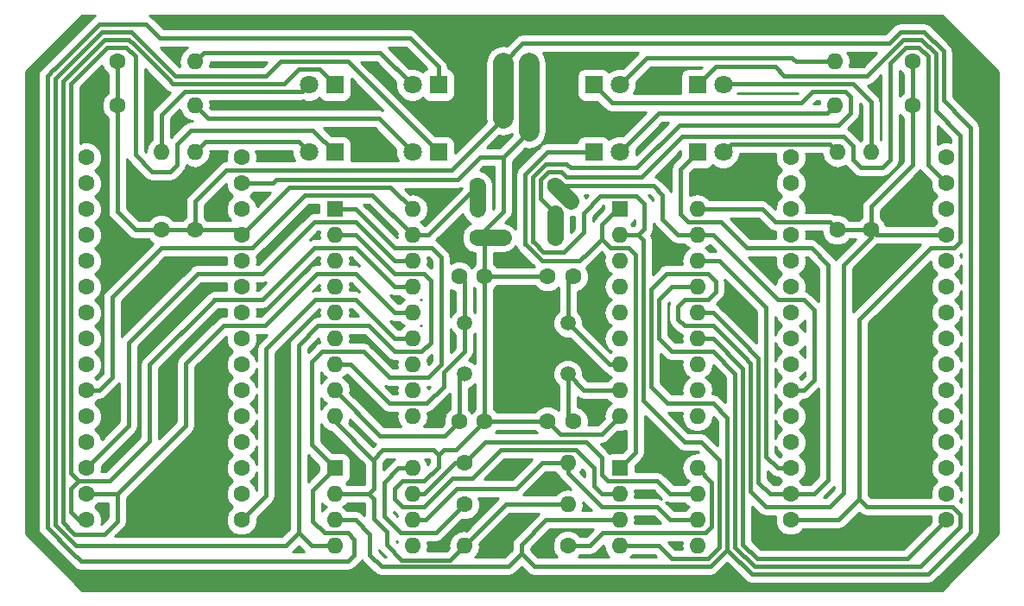
<source format=gbr>
G04 #@! TF.FileFunction,Copper,L2,Bot,Signal*
%FSLAX46Y46*%
G04 Gerber Fmt 4.6, Leading zero omitted, Abs format (unit mm)*
G04 Created by KiCad (PCBNEW 4.0.6) date 10/24/17 22:49:42*
%MOMM*%
%LPD*%
G01*
G04 APERTURE LIST*
%ADD10C,0.050000*%
%ADD11R,1.600000X1.600000*%
%ADD12O,1.600000X1.600000*%
%ADD13C,1.600000*%
%ADD14R,1.800000X1.800000*%
%ADD15C,1.800000*%
%ADD16R,2.000000X2.600000*%
%ADD17O,2.000000X2.600000*%
%ADD18C,1.500000*%
%ADD19C,1.600000*%
%ADD20C,2.000000*%
%ADD21C,0.400000*%
%ADD22C,0.254000*%
G04 APERTURE END LIST*
D10*
D11*
X133096000Y-83820000D03*
D12*
X140716000Y-104140000D03*
X133096000Y-86360000D03*
X140716000Y-101600000D03*
X133096000Y-88900000D03*
X140716000Y-99060000D03*
X133096000Y-91440000D03*
X140716000Y-96520000D03*
X133096000Y-93980000D03*
X140716000Y-93980000D03*
X133096000Y-96520000D03*
X140716000Y-91440000D03*
X133096000Y-99060000D03*
X140716000Y-88900000D03*
X133096000Y-101600000D03*
X140716000Y-86360000D03*
X133096000Y-104140000D03*
X140716000Y-83820000D03*
D13*
X155956000Y-116840000D03*
D12*
X145796000Y-116840000D03*
D13*
X145796000Y-108712000D03*
D12*
X155956000Y-108712000D03*
D13*
X108712000Y-78740000D03*
X108712000Y-81280000D03*
X108712000Y-83820000D03*
X108712000Y-86360000D03*
X108712000Y-88900000D03*
X108712000Y-91440000D03*
X108712000Y-93980000D03*
X108712000Y-96520000D03*
X108712000Y-99060000D03*
X108712000Y-101600000D03*
X108712000Y-104140000D03*
X108712000Y-106680000D03*
X108712000Y-109220000D03*
X108712000Y-111760000D03*
X108712000Y-114300000D03*
X123952000Y-114300000D03*
X123952000Y-111760000D03*
X123952000Y-109220000D03*
X123952000Y-106680000D03*
X123952000Y-104140000D03*
X123952000Y-101600000D03*
X123952000Y-99060000D03*
X123952000Y-96520000D03*
X123952000Y-93980000D03*
X123952000Y-91440000D03*
X123952000Y-88900000D03*
X123952000Y-86360000D03*
X123952000Y-83820000D03*
X123952000Y-81280000D03*
X123952000Y-78740000D03*
D11*
X133096000Y-109220000D03*
D12*
X140716000Y-116840000D03*
X133096000Y-111760000D03*
X140716000Y-114300000D03*
X133096000Y-114300000D03*
X140716000Y-111760000D03*
X133096000Y-116840000D03*
X140716000Y-109220000D03*
D13*
X177800000Y-78740000D03*
X177800000Y-81280000D03*
X177800000Y-83820000D03*
X177800000Y-86360000D03*
X177800000Y-88900000D03*
X177800000Y-91440000D03*
X177800000Y-93980000D03*
X177800000Y-96520000D03*
X177800000Y-99060000D03*
X177800000Y-101600000D03*
X177800000Y-104140000D03*
X177800000Y-106680000D03*
X177800000Y-109220000D03*
X177800000Y-111760000D03*
X177800000Y-114300000D03*
X193040000Y-114300000D03*
X193040000Y-111760000D03*
X193040000Y-109220000D03*
X193040000Y-106680000D03*
X193040000Y-104140000D03*
X193040000Y-101600000D03*
X193040000Y-99060000D03*
X193040000Y-96520000D03*
X193040000Y-93980000D03*
X193040000Y-91440000D03*
X193040000Y-88900000D03*
X193040000Y-86360000D03*
X193040000Y-83820000D03*
X193040000Y-81280000D03*
X193040000Y-78740000D03*
D11*
X161036000Y-83820000D03*
D12*
X168656000Y-104140000D03*
X161036000Y-86360000D03*
X168656000Y-101600000D03*
X161036000Y-88900000D03*
X168656000Y-99060000D03*
X161036000Y-91440000D03*
X168656000Y-96520000D03*
X161036000Y-93980000D03*
X168656000Y-93980000D03*
X161036000Y-96520000D03*
X168656000Y-91440000D03*
X161036000Y-99060000D03*
X168656000Y-88900000D03*
X161036000Y-101600000D03*
X168656000Y-86360000D03*
X161036000Y-104140000D03*
X168656000Y-83820000D03*
D11*
X161036000Y-109220000D03*
D12*
X168656000Y-116840000D03*
X161036000Y-111760000D03*
X168656000Y-114300000D03*
X161036000Y-114300000D03*
X168656000Y-111760000D03*
X161036000Y-116840000D03*
X168656000Y-109220000D03*
D14*
X133096000Y-71628000D03*
D15*
X130556000Y-71628000D03*
D14*
X133096000Y-78232000D03*
D15*
X130556000Y-78232000D03*
D14*
X143256000Y-71628000D03*
D15*
X140716000Y-71628000D03*
D14*
X143256000Y-78232000D03*
D15*
X140716000Y-78232000D03*
D14*
X168656000Y-78232000D03*
D15*
X171196000Y-78232000D03*
D14*
X168656000Y-71628000D03*
D15*
X171196000Y-71628000D03*
D14*
X158496000Y-78232000D03*
D15*
X161036000Y-78232000D03*
D14*
X158496000Y-71628000D03*
D15*
X161036000Y-71628000D03*
D16*
X149606000Y-72136000D03*
D17*
X152146000Y-72136000D03*
D18*
X145796000Y-94996000D03*
X145796000Y-99996000D03*
X155956000Y-94996000D03*
X155956000Y-99996000D03*
D13*
X145288000Y-90424000D03*
X147788000Y-90424000D03*
X145288000Y-104648000D03*
X147788000Y-104648000D03*
X156464000Y-90424000D03*
X153964000Y-90424000D03*
X156464000Y-104648000D03*
X153964000Y-104648000D03*
X154686000Y-81534000D03*
X147066000Y-81534000D03*
X147066000Y-86614000D03*
X154686000Y-86614000D03*
X116078000Y-85852000D03*
D12*
X116078000Y-78232000D03*
D13*
X119380000Y-85852000D03*
D12*
X119380000Y-78232000D03*
D13*
X111760000Y-69342000D03*
D12*
X119380000Y-69342000D03*
D13*
X111760000Y-73660000D03*
D12*
X119380000Y-73660000D03*
D13*
X182372000Y-85852000D03*
D12*
X182372000Y-78232000D03*
D13*
X185674000Y-85852000D03*
D12*
X185674000Y-78232000D03*
D13*
X189738000Y-73660000D03*
D12*
X182118000Y-73660000D03*
D13*
X189738000Y-69342000D03*
D12*
X182118000Y-69342000D03*
D13*
X145796000Y-112776000D03*
D12*
X155956000Y-112776000D03*
D19*
X147066000Y-86614000D02*
X149606000Y-86614000D01*
D20*
X152146000Y-72136000D02*
X152146000Y-69469000D01*
D21*
X147066000Y-86614000D02*
X147788000Y-87336000D01*
X147788000Y-87336000D02*
X147788000Y-90424000D01*
X123952000Y-81280000D02*
X127000000Y-81280000D01*
X127381000Y-80899000D02*
X127000000Y-81280000D01*
X146050000Y-80010000D02*
X145161000Y-80899000D01*
X148463000Y-78740000D02*
X147320000Y-78740000D01*
X147320000Y-78740000D02*
X146050000Y-80010000D01*
X148463000Y-78740000D02*
X149606000Y-78740000D01*
X145161000Y-80899000D02*
X134366000Y-80899000D01*
X134366000Y-80899000D02*
X127381000Y-80899000D01*
X149606000Y-78740000D02*
X152146000Y-76200000D01*
D20*
X152146000Y-76200000D02*
X152146000Y-72136000D01*
D21*
X147066000Y-86614000D02*
X149606000Y-84074000D01*
X149606000Y-84074000D02*
X149606000Y-78740000D01*
X153964000Y-104648000D02*
X155234000Y-105918000D01*
X159258000Y-105918000D02*
X161036000Y-104140000D01*
X155234000Y-105918000D02*
X159258000Y-105918000D01*
X163322000Y-80518000D02*
X163195000Y-80645000D01*
X163195000Y-80645000D02*
X155829000Y-80645000D01*
X155829000Y-80645000D02*
X155321000Y-80137000D01*
X153289000Y-82804000D02*
X153289000Y-80899000D01*
X153289000Y-80899000D02*
X154051000Y-80137000D01*
X154051000Y-80137000D02*
X155321000Y-80137000D01*
D19*
X154686000Y-84201000D02*
X154686000Y-86614000D01*
D21*
X154686000Y-84201000D02*
X153670000Y-83185000D01*
X153670000Y-83185000D02*
X153289000Y-82804000D01*
X193040000Y-81280000D02*
X191262000Y-79502000D01*
X191262000Y-69723000D02*
X191262000Y-73406000D01*
X189103000Y-67945000D02*
X190373000Y-67945000D01*
X190373000Y-67945000D02*
X191262000Y-68834000D01*
X191262000Y-68834000D02*
X191262000Y-69723000D01*
X187579000Y-78994000D02*
X187579000Y-69469000D01*
X183896000Y-78994000D02*
X184658000Y-79756000D01*
X184658000Y-79756000D02*
X186817000Y-79756000D01*
X186817000Y-79756000D02*
X187579000Y-78994000D01*
X178562000Y-76708000D02*
X167132000Y-76708000D01*
X183896000Y-77597000D02*
X183007000Y-76708000D01*
X183007000Y-76708000D02*
X178562000Y-76708000D01*
X183896000Y-78740000D02*
X183896000Y-77597000D01*
X167132000Y-76708000D02*
X165354000Y-78486000D01*
X183896000Y-78740000D02*
X183896000Y-78994000D01*
X187579000Y-69469000D02*
X187960000Y-69088000D01*
X187960000Y-69088000D02*
X189103000Y-67945000D01*
X191262000Y-73406000D02*
X191262000Y-79502000D01*
X165354000Y-78486000D02*
X163322000Y-80518000D01*
X145796000Y-116840000D02*
X149860000Y-112776000D01*
X149860000Y-112776000D02*
X155956000Y-112776000D01*
X146812000Y-109982000D02*
X149352000Y-107442000D01*
X143256000Y-109093000D02*
X141859000Y-110490000D01*
X141859000Y-110490000D02*
X139700000Y-110490000D01*
X139700000Y-110490000D02*
X138938000Y-111252000D01*
X138938000Y-111252000D02*
X138938000Y-112268000D01*
X138938000Y-112268000D02*
X139700000Y-113030000D01*
X139700000Y-113030000D02*
X141859000Y-113030000D01*
X141859000Y-113030000D02*
X144653000Y-110236000D01*
X144653000Y-110236000D02*
X146558000Y-110236000D01*
X146558000Y-110236000D02*
X146812000Y-109982000D01*
X143256000Y-107950000D02*
X143256000Y-109093000D01*
X159258000Y-111760000D02*
X161036000Y-111760000D01*
X158496000Y-110998000D02*
X159258000Y-111760000D01*
X158496000Y-109220000D02*
X158496000Y-110998000D01*
X156718000Y-107442000D02*
X158496000Y-109220000D01*
X149352000Y-107442000D02*
X156718000Y-107442000D01*
X143764000Y-107442000D02*
X144526000Y-107442000D01*
X143256000Y-107950000D02*
X143764000Y-107442000D01*
X144994000Y-107442000D02*
X147788000Y-104648000D01*
X144526000Y-107442000D02*
X144994000Y-107442000D01*
X136842500Y-108394500D02*
X137795000Y-107442000D01*
X142748000Y-107442000D02*
X143256000Y-107950000D01*
X137795000Y-107442000D02*
X142748000Y-107442000D01*
X133096000Y-104140000D02*
X133096000Y-104648000D01*
X133096000Y-104648000D02*
X136842500Y-108394500D01*
X136842500Y-108394500D02*
X136906000Y-108458000D01*
X136906000Y-108458000D02*
X136906000Y-111252000D01*
X136906000Y-111252000D02*
X136398000Y-111760000D01*
X133096000Y-111760000D02*
X136398000Y-111760000D01*
X145796000Y-116840000D02*
X144418002Y-118217998D01*
X136906000Y-112268000D02*
X136398000Y-111760000D01*
X136906000Y-114173000D02*
X136906000Y-112268000D01*
X138176000Y-115443000D02*
X136906000Y-114173000D01*
X138176000Y-116713000D02*
X138176000Y-115443000D01*
X139680998Y-118217998D02*
X138176000Y-116713000D01*
X144418002Y-118217998D02*
X139680998Y-118217998D01*
X147788000Y-104648000D02*
X153964000Y-104648000D01*
X147788000Y-90424000D02*
X147788000Y-104648000D01*
X147788000Y-90424000D02*
X153964000Y-90424000D01*
X170053000Y-112522000D02*
X170053000Y-110617000D01*
X169418000Y-115570000D02*
X170053000Y-114935000D01*
X170053000Y-114935000D02*
X170053000Y-112522000D01*
X158115000Y-116840000D02*
X159385000Y-115570000D01*
X159385000Y-115570000D02*
X162560000Y-115570000D01*
X155956000Y-116840000D02*
X158115000Y-116840000D01*
X162560000Y-115570000D02*
X169418000Y-115570000D01*
X170053000Y-110617000D02*
X168656000Y-109220000D01*
X162814000Y-110490000D02*
X164719000Y-110490000D01*
X147828000Y-106680000D02*
X157734000Y-106680000D01*
X157734000Y-106680000D02*
X159258000Y-108204000D01*
X159258000Y-108204000D02*
X159258000Y-109855000D01*
X159258000Y-109855000D02*
X159893000Y-110490000D01*
X159893000Y-110490000D02*
X162814000Y-110490000D01*
X145796000Y-108712000D02*
X147828000Y-106680000D01*
X165989000Y-111760000D02*
X168656000Y-111760000D01*
X164719000Y-110490000D02*
X165989000Y-111760000D01*
X140716000Y-111760000D02*
X141859000Y-111760000D01*
X144907000Y-108712000D02*
X145796000Y-108712000D01*
X141859000Y-111760000D02*
X144907000Y-108712000D01*
X155956000Y-108712000D02*
X155956000Y-109728000D01*
X165989000Y-114300000D02*
X168656000Y-114300000D01*
X164719000Y-113030000D02*
X165989000Y-114300000D01*
X159258000Y-113030000D02*
X164719000Y-113030000D01*
X155956000Y-109728000D02*
X159258000Y-113030000D01*
X140716000Y-114300000D02*
X141986000Y-114300000D01*
X153416000Y-108712000D02*
X155956000Y-108712000D01*
X150876000Y-111252000D02*
X153416000Y-108712000D01*
X145034000Y-111252000D02*
X150876000Y-111252000D01*
X141986000Y-114300000D02*
X145034000Y-111252000D01*
D19*
X147066000Y-81534000D02*
X147066000Y-83820000D01*
D21*
X140716000Y-86360000D02*
X142240000Y-86360000D01*
X142240000Y-86360000D02*
X147066000Y-81534000D01*
X125222000Y-87376000D02*
X130175000Y-82423000D01*
X130175000Y-82423000D02*
X136779000Y-82423000D01*
X136779000Y-82423000D02*
X140716000Y-86360000D01*
X124968000Y-87630000D02*
X116078000Y-87630000D01*
X109982000Y-101600000D02*
X111252000Y-100330000D01*
X111252000Y-100330000D02*
X111252000Y-92456000D01*
X111252000Y-92456000D02*
X116078000Y-87630000D01*
X108712000Y-101600000D02*
X109982000Y-101600000D01*
X125222000Y-87376000D02*
X124968000Y-87630000D01*
X125984000Y-90170000D02*
X119634000Y-90170000D01*
X131064000Y-85090000D02*
X125984000Y-90170000D01*
X140716000Y-88900000D02*
X138938000Y-88900000D01*
X135128000Y-85090000D02*
X132207000Y-85090000D01*
X138938000Y-88900000D02*
X135128000Y-85090000D01*
X132207000Y-85090000D02*
X131064000Y-85090000D01*
X112903000Y-105029000D02*
X108712000Y-109220000D01*
X112903000Y-96901000D02*
X112903000Y-105029000D01*
X119634000Y-90170000D02*
X112903000Y-96901000D01*
X107315000Y-115443000D02*
X107569000Y-115697000D01*
X106426000Y-114554000D02*
X107315000Y-115443000D01*
X107950000Y-69723000D02*
X106426000Y-71247000D01*
X112903000Y-67183000D02*
X110490000Y-67183000D01*
X110490000Y-67183000D02*
X107950000Y-69723000D01*
X116840000Y-71120000D02*
X113538000Y-67818000D01*
X129540000Y-70104000D02*
X131572000Y-70104000D01*
X133096000Y-71628000D02*
X131572000Y-70104000D01*
X128524000Y-71120000D02*
X128143000Y-71501000D01*
X117221000Y-71501000D02*
X116840000Y-71120000D01*
X128143000Y-71501000D02*
X117221000Y-71501000D01*
X128524000Y-71120000D02*
X129540000Y-70104000D01*
X113538000Y-67818000D02*
X113284000Y-67564000D01*
X113284000Y-67564000D02*
X112903000Y-67183000D01*
X106426000Y-71247000D02*
X106426000Y-107061000D01*
X106426000Y-107061000D02*
X106426000Y-114554000D01*
X111760000Y-114427000D02*
X111760000Y-111760000D01*
X110490000Y-115697000D02*
X111760000Y-114427000D01*
X107569000Y-115697000D02*
X110490000Y-115697000D01*
X126238000Y-95250000D02*
X125984000Y-95250000D01*
X131318000Y-90170000D02*
X126238000Y-95250000D01*
X118491000Y-98933000D02*
X122174000Y-95250000D01*
X122174000Y-95250000D02*
X125984000Y-95250000D01*
X111760000Y-111760000D02*
X115316000Y-108204000D01*
X115316000Y-108204000D02*
X118491000Y-105029000D01*
X118491000Y-105029000D02*
X118491000Y-98933000D01*
X135128000Y-90170000D02*
X131318000Y-90170000D01*
X138938000Y-93980000D02*
X140716000Y-93980000D01*
X138938000Y-93980000D02*
X135128000Y-90170000D01*
X108712000Y-111760000D02*
X111760000Y-111760000D01*
X125476000Y-92710000D02*
X125984000Y-92710000D01*
X140716000Y-91440000D02*
X138938000Y-91440000D01*
X135128000Y-87630000D02*
X131699000Y-87630000D01*
X138938000Y-91440000D02*
X135128000Y-87630000D01*
X125349000Y-92710000D02*
X125476000Y-92710000D01*
X121285000Y-92710000D02*
X125349000Y-92710000D01*
X121158000Y-92837000D02*
X114935000Y-99060000D01*
X114935000Y-99060000D02*
X114935000Y-106553000D01*
X114935000Y-106553000D02*
X110998000Y-110490000D01*
X110998000Y-110490000D02*
X107950000Y-110490000D01*
X121158000Y-92837000D02*
X121285000Y-92710000D01*
X131064000Y-87630000D02*
X131699000Y-87630000D01*
X125984000Y-92710000D02*
X131064000Y-87630000D01*
X107188000Y-72009000D02*
X107188000Y-71501000D01*
X107188000Y-72009000D02*
X107188000Y-109728000D01*
X107950000Y-110490000D02*
X107188000Y-109728000D01*
X113538000Y-68834000D02*
X112649000Y-67945000D01*
X117602000Y-79502000D02*
X116967000Y-80137000D01*
X116967000Y-80137000D02*
X115189000Y-80137000D01*
X115189000Y-80137000D02*
X113538000Y-78486000D01*
X113538000Y-78486000D02*
X113538000Y-68834000D01*
X130937000Y-76073000D02*
X133096000Y-78232000D01*
X117602000Y-77470000D02*
X117602000Y-78994000D01*
X118999000Y-76073000D02*
X117602000Y-77470000D01*
X130937000Y-76073000D02*
X118999000Y-76073000D01*
X117602000Y-78994000D02*
X117602000Y-79502000D01*
X110744000Y-67945000D02*
X112649000Y-67945000D01*
X107188000Y-71501000D02*
X110744000Y-67945000D01*
X107188000Y-113538000D02*
X107950000Y-114300000D01*
X107950000Y-110490000D02*
X107886500Y-110553500D01*
X107886500Y-110553500D02*
X107188000Y-111252000D01*
X107188000Y-111252000D02*
X107188000Y-112776000D01*
X107188000Y-112776000D02*
X107188000Y-113538000D01*
X107950000Y-114300000D02*
X108712000Y-114300000D01*
X131191000Y-92710000D02*
X126365000Y-97536000D01*
X137414000Y-94996000D02*
X135128000Y-92710000D01*
X138938000Y-96520000D02*
X137414000Y-94996000D01*
X140716000Y-96520000D02*
X138938000Y-96520000D01*
X135128000Y-92710000D02*
X132080000Y-92710000D01*
X131191000Y-92710000D02*
X132080000Y-92710000D01*
X126365000Y-111887000D02*
X123952000Y-114300000D01*
X126365000Y-97536000D02*
X126365000Y-111887000D01*
X119380000Y-85852000D02*
X123444000Y-85852000D01*
X123444000Y-85852000D02*
X123952000Y-86360000D01*
X116078000Y-85852000D02*
X119380000Y-85852000D01*
X111760000Y-73660000D02*
X111760000Y-84074000D01*
X113538000Y-85852000D02*
X116078000Y-85852000D01*
X111760000Y-84074000D02*
X113538000Y-85852000D01*
X111760000Y-69342000D02*
X111760000Y-73660000D01*
X126365000Y-80010000D02*
X144526000Y-80010000D01*
X144526000Y-80010000D02*
X144907000Y-79629000D01*
X119380000Y-83058000D02*
X119380000Y-85852000D01*
X126365000Y-80010000D02*
X122428000Y-80010000D01*
X149606000Y-74930000D02*
X144907000Y-79629000D01*
D20*
X149606000Y-72136000D02*
X149606000Y-74930000D01*
D21*
X119380000Y-83058000D02*
X122428000Y-80010000D01*
X189738000Y-69342000D02*
X189738000Y-73660000D01*
X176784000Y-67564000D02*
X151511000Y-67564000D01*
X190881000Y-66421000D02*
X188595000Y-66421000D01*
X192786000Y-70866000D02*
X192786000Y-69088000D01*
X192786000Y-69088000D02*
X192786000Y-68326000D01*
X192786000Y-68326000D02*
X190881000Y-66421000D01*
X195453000Y-75819000D02*
X195453000Y-115443000D01*
X171577000Y-117221000D02*
X173990000Y-119634000D01*
X194945000Y-75311000D02*
X195453000Y-75819000D01*
X192786000Y-73152000D02*
X194945000Y-75311000D01*
X191262000Y-119634000D02*
X173990000Y-119634000D01*
X195453000Y-115443000D02*
X191262000Y-119634000D01*
X192786000Y-73152000D02*
X192786000Y-70866000D01*
X188595000Y-66421000D02*
X187452000Y-67564000D01*
X176911000Y-67564000D02*
X187452000Y-67564000D01*
X176784000Y-67564000D02*
X176911000Y-67564000D01*
D20*
X149606000Y-69469000D02*
X149606000Y-72136000D01*
D21*
X151511000Y-67564000D02*
X149606000Y-69469000D01*
X169672000Y-90170000D02*
X170434000Y-90932000D01*
X167386000Y-95250000D02*
X166751000Y-94615000D01*
X166751000Y-94615000D02*
X166751000Y-93345000D01*
X166751000Y-93345000D02*
X167386000Y-92710000D01*
X167386000Y-92710000D02*
X169672000Y-92710000D01*
X183007000Y-111633000D02*
X183007000Y-97536000D01*
X173863000Y-101600000D02*
X173863000Y-109728000D01*
X175387000Y-113030000D02*
X173863000Y-111506000D01*
X173863000Y-111506000D02*
X173863000Y-109728000D01*
X181610000Y-113030000D02*
X175387000Y-113030000D01*
X173863000Y-98933000D02*
X173863000Y-101600000D01*
X170180000Y-95250000D02*
X172974000Y-98044000D01*
X170180000Y-95250000D02*
X169418000Y-95250000D01*
X172974000Y-98044000D02*
X173228000Y-98298000D01*
X173228000Y-98298000D02*
X173863000Y-98933000D01*
X181610000Y-113030000D02*
X183007000Y-111633000D01*
X185674000Y-86614000D02*
X183007000Y-89281000D01*
X183007000Y-97536000D02*
X183007000Y-89281000D01*
X169418000Y-95250000D02*
X167386000Y-95250000D01*
X164084000Y-91694000D02*
X165608000Y-90170000D01*
X165608000Y-90170000D02*
X166878000Y-90170000D01*
X170180000Y-102870000D02*
X167386000Y-102870000D01*
X171577000Y-109728000D02*
X171577000Y-104267000D01*
X171577000Y-115824000D02*
X171577000Y-117221000D01*
X171577000Y-115824000D02*
X171577000Y-109728000D01*
X171577000Y-104267000D02*
X170180000Y-102870000D01*
X164084000Y-101219000D02*
X164084000Y-98171000D01*
X165735000Y-102870000D02*
X164084000Y-101219000D01*
X167386000Y-102870000D02*
X165735000Y-102870000D01*
X164084000Y-98171000D02*
X164084000Y-91694000D01*
X169672000Y-90170000D02*
X166878000Y-90170000D01*
X170434000Y-91948000D02*
X169672000Y-92710000D01*
X170434000Y-90932000D02*
X170434000Y-91948000D01*
X168656000Y-83820000D02*
X175006000Y-83820000D01*
X181610000Y-85090000D02*
X182372000Y-85852000D01*
X176276000Y-85090000D02*
X181610000Y-85090000D01*
X175006000Y-83820000D02*
X176276000Y-85090000D01*
X185674000Y-85852000D02*
X185674000Y-83566000D01*
X189738000Y-79502000D02*
X189738000Y-73660000D01*
X185674000Y-83566000D02*
X189738000Y-79502000D01*
X185674000Y-85852000D02*
X186182000Y-86360000D01*
X186182000Y-86360000D02*
X193040000Y-86360000D01*
X182372000Y-85852000D02*
X185674000Y-85852000D01*
X185674000Y-86614000D02*
X185674000Y-85852000D01*
X169545000Y-118872000D02*
X169926000Y-118872000D01*
X152654000Y-118872000D02*
X151384000Y-117602000D01*
X169545000Y-118872000D02*
X152654000Y-118872000D01*
X169926000Y-118872000D02*
X171577000Y-117221000D01*
X151384000Y-117602000D02*
X151384000Y-116713000D01*
X151384000Y-116713000D02*
X153797000Y-114300000D01*
X153797000Y-114300000D02*
X161036000Y-114300000D01*
X137668000Y-118872000D02*
X150114000Y-118872000D01*
X150114000Y-118872000D02*
X151384000Y-117602000D01*
X133096000Y-114300000D02*
X135128000Y-114300000D01*
X136525000Y-117729000D02*
X137668000Y-118872000D01*
X136525000Y-115697000D02*
X136525000Y-117729000D01*
X135128000Y-114300000D02*
X136525000Y-115697000D01*
X128016000Y-82296000D02*
X128643002Y-81668998D01*
X126746000Y-83566000D02*
X128016000Y-82296000D01*
X123952000Y-86360000D02*
X126746000Y-83566000D01*
X138564998Y-81668998D02*
X140716000Y-83820000D01*
X128643002Y-81668998D02*
X138564998Y-81668998D01*
X125984000Y-118364000D02*
X108204000Y-118364000D01*
X126873000Y-118364000D02*
X125984000Y-118364000D01*
X132588000Y-118364000D02*
X134366000Y-118364000D01*
X130937000Y-111379000D02*
X130937000Y-114427000D01*
X130937000Y-114427000D02*
X132080000Y-115570000D01*
X132080000Y-115570000D02*
X134366000Y-115570000D01*
X134366000Y-115570000D02*
X135001000Y-116205000D01*
X135001000Y-116205000D02*
X135001000Y-117729000D01*
X135001000Y-117729000D02*
X134366000Y-118364000D01*
X133096000Y-109220000D02*
X130937000Y-111379000D01*
X126873000Y-118364000D02*
X132588000Y-118364000D01*
X104902000Y-115062000D02*
X107315000Y-117475000D01*
X104902000Y-113538000D02*
X104902000Y-107569000D01*
X104902000Y-70739000D02*
X104902000Y-107569000D01*
X117094000Y-67056000D02*
X115951000Y-67056000D01*
X140462000Y-67056000D02*
X143256000Y-69850000D01*
X143256000Y-69850000D02*
X143256000Y-71628000D01*
X117094000Y-67056000D02*
X140462000Y-67056000D01*
X109982000Y-65659000D02*
X105600500Y-70040500D01*
X105600500Y-70040500D02*
X105537000Y-70104000D01*
X114554000Y-65659000D02*
X109982000Y-65659000D01*
X115951000Y-67056000D02*
X114554000Y-65659000D01*
X105537000Y-70104000D02*
X104902000Y-70739000D01*
X104902000Y-113538000D02*
X104902000Y-115062000D01*
X108204000Y-118364000D02*
X107315000Y-117475000D01*
X135382000Y-97790000D02*
X131826000Y-97790000D01*
X143510000Y-99060000D02*
X142240000Y-100330000D01*
X142240000Y-100330000D02*
X138430000Y-100330000D01*
X138430000Y-100330000D02*
X135890000Y-97790000D01*
X135890000Y-97790000D02*
X135382000Y-97790000D01*
X133096000Y-83820000D02*
X135128000Y-83820000D01*
X143510000Y-88519000D02*
X143510000Y-88900000D01*
X142621000Y-87630000D02*
X143510000Y-88519000D01*
X138938000Y-87630000D02*
X142621000Y-87630000D01*
X135128000Y-83820000D02*
X138938000Y-87630000D01*
X143510000Y-88900000D02*
X143510000Y-99060000D01*
X130810000Y-106934000D02*
X133096000Y-109220000D01*
X130810000Y-98806000D02*
X130810000Y-106934000D01*
X131826000Y-97790000D02*
X130810000Y-98806000D01*
X124841000Y-116840000D02*
X128270000Y-116840000D01*
X129540000Y-115570000D02*
X128270000Y-116840000D01*
X105664000Y-112649000D02*
X105664000Y-114808000D01*
X107442000Y-69215000D02*
X105664000Y-70993000D01*
X110236000Y-66421000D02*
X107442000Y-69215000D01*
X113665000Y-66929000D02*
X113157000Y-66421000D01*
X117475000Y-70739000D02*
X113665000Y-66929000D01*
X119507000Y-70739000D02*
X126365000Y-70739000D01*
X127762000Y-69342000D02*
X134366000Y-69342000D01*
X134366000Y-69342000D02*
X143256000Y-78232000D01*
X126365000Y-70739000D02*
X127762000Y-69342000D01*
X119507000Y-70739000D02*
X117475000Y-70739000D01*
X113157000Y-66421000D02*
X110998000Y-66421000D01*
X110998000Y-66421000D02*
X110236000Y-66421000D01*
X105664000Y-70993000D02*
X105664000Y-107950000D01*
X105664000Y-112649000D02*
X105664000Y-107950000D01*
X105664000Y-114808000D02*
X107696000Y-116840000D01*
X124841000Y-116840000D02*
X107696000Y-116840000D01*
X129540000Y-115570000D02*
X130810000Y-116840000D01*
X130810000Y-116840000D02*
X133096000Y-116840000D01*
X129540000Y-115570000D02*
X129540000Y-106807000D01*
X131445000Y-95250000D02*
X129540000Y-97155000D01*
X129540000Y-97155000D02*
X129540000Y-106807000D01*
X142494000Y-94234000D02*
X142494000Y-96901000D01*
X135128000Y-86360000D02*
X138938000Y-90170000D01*
X138938000Y-90170000D02*
X141859000Y-90170000D01*
X141859000Y-90170000D02*
X142494000Y-90805000D01*
X142494000Y-90805000D02*
X142494000Y-94234000D01*
X135128000Y-86360000D02*
X133096000Y-86360000D01*
X138938000Y-97790000D02*
X136398000Y-95250000D01*
X141605000Y-97790000D02*
X138938000Y-97790000D01*
X142494000Y-96901000D02*
X141605000Y-97790000D01*
X136398000Y-95250000D02*
X131445000Y-95250000D01*
X175387000Y-105537000D02*
X175387000Y-93472000D01*
X176530000Y-109220000D02*
X175387000Y-108077000D01*
X175387000Y-108077000D02*
X175387000Y-105537000D01*
X177800000Y-109220000D02*
X176530000Y-109220000D01*
X170815000Y-88900000D02*
X168656000Y-88900000D01*
X175387000Y-93472000D02*
X170815000Y-88900000D01*
X167005000Y-84328000D02*
X167005000Y-79883000D01*
X170942000Y-85090000D02*
X167767000Y-85090000D01*
X167767000Y-85090000D02*
X167005000Y-84328000D01*
X177800000Y-111760000D02*
X180086000Y-111760000D01*
X179832000Y-87630000D02*
X173482000Y-87630000D01*
X181483000Y-89281000D02*
X179832000Y-87630000D01*
X181483000Y-110363000D02*
X181483000Y-89281000D01*
X180086000Y-111760000D02*
X181483000Y-110363000D01*
X173482000Y-87630000D02*
X170942000Y-85090000D01*
X167005000Y-79883000D02*
X168656000Y-78232000D01*
X174625000Y-100457000D02*
X174625000Y-110617000D01*
X174625000Y-98425000D02*
X174625000Y-100457000D01*
X168656000Y-93980000D02*
X170180000Y-93980000D01*
X170180000Y-93980000D02*
X172974000Y-96774000D01*
X172974000Y-96774000D02*
X174625000Y-98425000D01*
X175768000Y-111760000D02*
X177800000Y-111760000D01*
X174625000Y-110617000D02*
X175768000Y-111760000D01*
X194183000Y-113538000D02*
X194437000Y-113792000D01*
X168656000Y-91440000D02*
X166116000Y-91440000D01*
X185293000Y-113030000D02*
X184531000Y-112268000D01*
X194183000Y-113538000D02*
X193675000Y-113030000D01*
X190500000Y-118872000D02*
X194183000Y-115189000D01*
X170180000Y-97790000D02*
X172339000Y-99949000D01*
X174244000Y-118872000D02*
X175514000Y-118872000D01*
X172339000Y-116967000D02*
X174244000Y-118872000D01*
X172339000Y-99949000D02*
X172339000Y-116967000D01*
X175514000Y-118872000D02*
X190500000Y-118872000D01*
X193675000Y-113030000D02*
X188468000Y-113030000D01*
X188468000Y-113030000D02*
X185293000Y-113030000D01*
X166116000Y-97790000D02*
X167132000Y-97790000D01*
X164846000Y-96520000D02*
X166116000Y-97790000D01*
X164846000Y-92710000D02*
X164846000Y-96520000D01*
X166116000Y-91440000D02*
X164846000Y-92710000D01*
X167132000Y-97790000D02*
X170180000Y-97790000D01*
X194437000Y-114935000D02*
X194183000Y-115189000D01*
X194437000Y-113792000D02*
X194437000Y-114935000D01*
X180975000Y-70739000D02*
X177165000Y-70739000D01*
X185420000Y-70612000D02*
X185293000Y-70739000D01*
X185420000Y-70612000D02*
X188849000Y-67183000D01*
X188849000Y-67183000D02*
X190627000Y-67183000D01*
X190627000Y-67183000D02*
X192024000Y-68580000D01*
X192024000Y-68580000D02*
X192024000Y-74168000D01*
X194437000Y-86360000D02*
X194437000Y-76581000D01*
X191516000Y-87630000D02*
X193802000Y-87630000D01*
X193802000Y-87630000D02*
X194437000Y-86995000D01*
X194437000Y-86995000D02*
X194437000Y-86360000D01*
X184531000Y-108839000D02*
X184531000Y-94615000D01*
X184531000Y-112268000D02*
X184531000Y-108839000D01*
X184531000Y-94615000D02*
X187198000Y-91948000D01*
X187198000Y-91948000D02*
X191516000Y-87630000D01*
X194437000Y-76581000D02*
X192024000Y-74168000D01*
X185293000Y-70739000D02*
X181864000Y-70739000D01*
X181864000Y-70739000D02*
X180975000Y-70739000D01*
X170434000Y-69850000D02*
X168656000Y-71628000D01*
X176276000Y-69850000D02*
X170434000Y-69850000D01*
X177165000Y-70739000D02*
X176276000Y-69850000D01*
X177800000Y-114300000D02*
X182499000Y-114300000D01*
X182499000Y-114300000D02*
X184531000Y-112268000D01*
X176022000Y-118110000D02*
X189230000Y-118110000D01*
X170180000Y-96520000D02*
X173101000Y-99441000D01*
X173101000Y-99441000D02*
X173101000Y-116713000D01*
X173101000Y-116713000D02*
X174498000Y-118110000D01*
X168656000Y-96520000D02*
X170180000Y-96520000D01*
X174498000Y-118110000D02*
X176022000Y-118110000D01*
X189230000Y-118110000D02*
X193040000Y-114300000D01*
X153352500Y-78803500D02*
X153924000Y-78232000D01*
X153924000Y-78232000D02*
X158496000Y-78232000D01*
X151765000Y-84582000D02*
X151765000Y-80391000D01*
X151765000Y-87249000D02*
X151765000Y-84582000D01*
X156972000Y-88900000D02*
X153416000Y-88900000D01*
X157099000Y-88900000D02*
X156972000Y-88900000D01*
X159258000Y-86741000D02*
X157988000Y-88011000D01*
X157988000Y-88011000D02*
X157099000Y-88900000D01*
X153416000Y-88900000D02*
X151892000Y-87376000D01*
X151892000Y-87376000D02*
X151765000Y-87249000D01*
X151765000Y-80391000D02*
X153352500Y-78803500D01*
X153352500Y-78803500D02*
X153416000Y-78740000D01*
X161290000Y-87630000D02*
X160147000Y-87630000D01*
X161036000Y-109220000D02*
X162560000Y-107696000D01*
X161290000Y-87630000D02*
X161925000Y-87630000D01*
X162560000Y-88265000D02*
X162560000Y-89789000D01*
X161925000Y-87630000D02*
X162560000Y-88265000D01*
X162560000Y-89789000D02*
X162560000Y-107696000D01*
X159258000Y-85344000D02*
X160782000Y-83820000D01*
X159258000Y-86741000D02*
X159258000Y-85344000D01*
X160147000Y-87630000D02*
X159258000Y-86741000D01*
X160782000Y-83820000D02*
X161036000Y-83820000D01*
X169418000Y-73406000D02*
X160274000Y-73406000D01*
X160274000Y-73406000D02*
X158496000Y-71628000D01*
X179324000Y-72898000D02*
X178816000Y-73406000D01*
X183642000Y-74422000D02*
X183642000Y-72771000D01*
X183642000Y-72771000D02*
X183134000Y-72263000D01*
X183134000Y-72263000D02*
X179959000Y-72263000D01*
X179959000Y-72263000D02*
X179324000Y-72898000D01*
X171577000Y-75565000D02*
X182499000Y-75565000D01*
X162687000Y-79756000D02*
X166878000Y-75565000D01*
X166878000Y-75565000D02*
X171577000Y-75565000D01*
X155829000Y-79375000D02*
X156210000Y-79756000D01*
X152527000Y-86995000D02*
X152654000Y-87122000D01*
X152527000Y-80645000D02*
X152527000Y-82550000D01*
X153797000Y-79375000D02*
X152527000Y-80645000D01*
X155829000Y-79375000D02*
X153797000Y-79375000D01*
X162814000Y-86360000D02*
X163449000Y-85725000D01*
X153543000Y-88011000D02*
X152654000Y-87122000D01*
X155575000Y-88011000D02*
X153543000Y-88011000D01*
X157480000Y-86106000D02*
X155575000Y-88011000D01*
X157480000Y-84201000D02*
X157480000Y-86106000D01*
X159131000Y-82550000D02*
X157480000Y-84201000D01*
X162687000Y-82550000D02*
X159131000Y-82550000D01*
X163449000Y-83312000D02*
X162687000Y-82550000D01*
X163449000Y-84582000D02*
X163449000Y-83312000D01*
X163449000Y-85725000D02*
X163449000Y-84582000D01*
X152527000Y-82550000D02*
X152527000Y-86995000D01*
X156210000Y-79756000D02*
X162052000Y-79756000D01*
X162052000Y-79756000D02*
X162687000Y-79756000D01*
X182499000Y-75565000D02*
X183134000Y-74930000D01*
X183134000Y-74930000D02*
X183642000Y-74422000D01*
X178816000Y-73406000D02*
X169418000Y-73406000D01*
X169418000Y-73406000D02*
X169291000Y-73406000D01*
X161036000Y-86360000D02*
X162814000Y-86360000D01*
X163322000Y-86868000D02*
X162814000Y-86360000D01*
X166370000Y-105664000D02*
X167386000Y-106680000D01*
X163322000Y-86868000D02*
X163322000Y-102616000D01*
X163322000Y-102616000D02*
X166370000Y-105664000D01*
X170815000Y-113919000D02*
X170815000Y-108458000D01*
X169672000Y-118110000D02*
X170815000Y-116967000D01*
X170815000Y-116967000D02*
X170815000Y-113919000D01*
X164846000Y-116840000D02*
X161036000Y-116840000D01*
X164846000Y-116840000D02*
X166116000Y-118110000D01*
X166116000Y-118110000D02*
X169672000Y-118110000D01*
X169037000Y-106680000D02*
X167386000Y-106680000D01*
X170815000Y-108458000D02*
X169037000Y-106680000D01*
X145288000Y-90424000D02*
X145796000Y-90932000D01*
X145796000Y-90932000D02*
X145796000Y-94996000D01*
X133096000Y-99060000D02*
X134620000Y-99060000D01*
X145796000Y-97790000D02*
X145796000Y-94996000D01*
X143764000Y-99822000D02*
X145796000Y-97790000D01*
X143764000Y-101219000D02*
X143764000Y-99822000D01*
X142113000Y-102870000D02*
X143764000Y-101219000D01*
X138430000Y-102870000D02*
X142113000Y-102870000D01*
X134620000Y-99060000D02*
X138430000Y-102870000D01*
X145796000Y-99996000D02*
X145288000Y-100504000D01*
X145288000Y-100504000D02*
X145288000Y-104648000D01*
X133096000Y-101600000D02*
X137541000Y-106045000D01*
X143891000Y-106045000D02*
X145288000Y-104648000D01*
X137541000Y-106045000D02*
X143891000Y-106045000D01*
X156464000Y-90424000D02*
X155956000Y-90932000D01*
X155956000Y-90932000D02*
X155956000Y-94996000D01*
X155956000Y-94996000D02*
X160020000Y-99060000D01*
X160020000Y-99060000D02*
X161036000Y-99060000D01*
X155956000Y-99996000D02*
X157560000Y-101600000D01*
X157560000Y-101600000D02*
X161036000Y-101600000D01*
X155956000Y-99996000D02*
X155956000Y-104140000D01*
X155956000Y-104140000D02*
X156464000Y-104648000D01*
X130556000Y-71628000D02*
X129921000Y-72263000D01*
X129921000Y-72263000D02*
X118364000Y-72263000D01*
X116078000Y-74549000D02*
X116078000Y-78232000D01*
X118364000Y-72263000D02*
X116078000Y-74549000D01*
X119380000Y-78232000D02*
X120396000Y-77216000D01*
X129540000Y-77216000D02*
X130556000Y-78232000D01*
X120396000Y-77216000D02*
X129540000Y-77216000D01*
X119380000Y-69342000D02*
X120269000Y-68453000D01*
X137541000Y-68453000D02*
X140716000Y-71628000D01*
X120269000Y-68453000D02*
X137541000Y-68453000D01*
X119380000Y-73660000D02*
X120650000Y-74930000D01*
X137414000Y-74930000D02*
X140716000Y-78232000D01*
X120650000Y-74930000D02*
X137414000Y-74930000D01*
X171196000Y-78232000D02*
X171958000Y-77470000D01*
X181610000Y-77470000D02*
X182372000Y-78232000D01*
X171958000Y-77470000D02*
X181610000Y-77470000D01*
X171323000Y-71501000D02*
X175006000Y-71501000D01*
X185674000Y-73279000D02*
X185674000Y-78232000D01*
X183896000Y-71501000D02*
X181483000Y-71501000D01*
X185674000Y-73279000D02*
X183896000Y-71501000D01*
X175006000Y-71501000D02*
X181483000Y-71501000D01*
X171323000Y-71501000D02*
X171196000Y-71628000D01*
X176784000Y-74422000D02*
X181356000Y-74422000D01*
X164846000Y-74422000D02*
X176784000Y-74422000D01*
X161036000Y-78232000D02*
X164846000Y-74422000D01*
X181356000Y-74422000D02*
X182118000Y-73660000D01*
X182118000Y-69342000D02*
X178308000Y-69342000D01*
X163703000Y-68961000D02*
X161036000Y-71628000D01*
X177927000Y-68961000D02*
X175006000Y-68961000D01*
X178308000Y-69342000D02*
X177927000Y-68961000D01*
X175006000Y-68961000D02*
X163703000Y-68961000D01*
X140716000Y-109220000D02*
X139319000Y-109220000D01*
X143002000Y-115570000D02*
X145796000Y-112776000D01*
X139573000Y-115570000D02*
X143002000Y-115570000D01*
X137922000Y-113919000D02*
X139573000Y-115570000D01*
X137922000Y-110617000D02*
X137922000Y-113919000D01*
X139319000Y-109220000D02*
X137922000Y-110617000D01*
D19*
X154686000Y-81534000D02*
X156210000Y-83058000D01*
D21*
X164338000Y-81534000D02*
X165227000Y-82423000D01*
X159258000Y-81534000D02*
X164338000Y-81534000D01*
X154686000Y-81534000D02*
X159258000Y-81534000D01*
X166751000Y-86360000D02*
X168656000Y-86360000D01*
X165227000Y-84836000D02*
X166751000Y-86360000D01*
X165227000Y-82423000D02*
X165227000Y-84836000D01*
X180086000Y-93726000D02*
X180086000Y-100584000D01*
X170180000Y-86360000D02*
X176530000Y-92710000D01*
X176530000Y-92710000D02*
X179070000Y-92710000D01*
X179070000Y-92710000D02*
X180086000Y-93726000D01*
X168656000Y-86360000D02*
X170180000Y-86360000D01*
X179070000Y-101600000D02*
X177800000Y-101600000D01*
X180086000Y-100584000D02*
X179070000Y-101600000D01*
D22*
G36*
X109627253Y-64802563D02*
X109326512Y-65003512D01*
X104246512Y-70083512D01*
X104045564Y-70384252D01*
X103975000Y-70739000D01*
X103975000Y-115062000D01*
X104045564Y-115416748D01*
X104211064Y-115664436D01*
X104246512Y-115717488D01*
X107548512Y-119019488D01*
X107849253Y-119220437D01*
X108204000Y-119291000D01*
X134366000Y-119291000D01*
X134720748Y-119220436D01*
X135021488Y-119019488D01*
X135656488Y-118384488D01*
X135763000Y-118225082D01*
X135834064Y-118331436D01*
X135869512Y-118384488D01*
X137012512Y-119527488D01*
X137313252Y-119728436D01*
X137668000Y-119799000D01*
X150114000Y-119799000D01*
X150468748Y-119728436D01*
X150769488Y-119527488D01*
X151384000Y-118912976D01*
X151998512Y-119527488D01*
X152299252Y-119728436D01*
X152654000Y-119799000D01*
X169926000Y-119799000D01*
X170280748Y-119728436D01*
X170581488Y-119527488D01*
X171577000Y-118531976D01*
X173334512Y-120289488D01*
X173635252Y-120490436D01*
X173990000Y-120561000D01*
X191262000Y-120561000D01*
X191616748Y-120490436D01*
X191917488Y-120289488D01*
X196108488Y-116098488D01*
X196147568Y-116040000D01*
X196309436Y-115797748D01*
X196380000Y-115443000D01*
X196380000Y-75819000D01*
X196309436Y-75464252D01*
X196108488Y-75163512D01*
X193713000Y-72768024D01*
X193713000Y-68326000D01*
X193700319Y-68262248D01*
X193642437Y-67971253D01*
X193441488Y-67670512D01*
X191536488Y-65765512D01*
X191377081Y-65659000D01*
X191235748Y-65564564D01*
X190881000Y-65494000D01*
X188595000Y-65494000D01*
X188240252Y-65564564D01*
X188098919Y-65659000D01*
X187939512Y-65765512D01*
X187068024Y-66637000D01*
X151511000Y-66637000D01*
X151156253Y-66707563D01*
X150855512Y-66908512D01*
X149953001Y-67811023D01*
X149606000Y-67742000D01*
X148945106Y-67873460D01*
X148384827Y-68247827D01*
X148010460Y-68808106D01*
X147879000Y-69469000D01*
X147879000Y-70765670D01*
X147864758Y-70836000D01*
X147864758Y-73436000D01*
X147879000Y-73511690D01*
X147879000Y-74930000D01*
X147948023Y-75277001D01*
X144897242Y-78327782D01*
X144897242Y-77332000D01*
X144846549Y-77062590D01*
X144687328Y-76815154D01*
X144444385Y-76649157D01*
X144156000Y-76590758D01*
X142925734Y-76590758D01*
X135714976Y-69380000D01*
X137157024Y-69380000D01*
X139089275Y-71312251D01*
X139088718Y-71950211D01*
X139335892Y-72548418D01*
X139793175Y-73006499D01*
X140390950Y-73254717D01*
X141038211Y-73255282D01*
X141636418Y-73008108D01*
X141736648Y-72908053D01*
X141824672Y-73044846D01*
X142067615Y-73210843D01*
X142356000Y-73269242D01*
X144156000Y-73269242D01*
X144425410Y-73218549D01*
X144672846Y-73059328D01*
X144838843Y-72816385D01*
X144897242Y-72528000D01*
X144897242Y-70728000D01*
X144846549Y-70458590D01*
X144687328Y-70211154D01*
X144444385Y-70045157D01*
X144183000Y-69992226D01*
X144183000Y-69850000D01*
X144165297Y-69761000D01*
X144112437Y-69495253D01*
X143911488Y-69194512D01*
X141117488Y-66400512D01*
X140988744Y-66314488D01*
X140816748Y-66199564D01*
X140462000Y-66129000D01*
X116334976Y-66129000D01*
X115209488Y-65003512D01*
X114908748Y-64802564D01*
X114905913Y-64802000D01*
X192667800Y-64802000D01*
X198198000Y-70332199D01*
X198198000Y-115667801D01*
X192667800Y-121198000D01*
X108332199Y-121198000D01*
X102802000Y-115667800D01*
X102802000Y-70332200D01*
X108332199Y-64802000D01*
X109630083Y-64802000D01*
X109627253Y-64802563D01*
X109627253Y-64802563D01*
G37*
X109627253Y-64802563D02*
X109326512Y-65003512D01*
X104246512Y-70083512D01*
X104045564Y-70384252D01*
X103975000Y-70739000D01*
X103975000Y-115062000D01*
X104045564Y-115416748D01*
X104211064Y-115664436D01*
X104246512Y-115717488D01*
X107548512Y-119019488D01*
X107849253Y-119220437D01*
X108204000Y-119291000D01*
X134366000Y-119291000D01*
X134720748Y-119220436D01*
X135021488Y-119019488D01*
X135656488Y-118384488D01*
X135763000Y-118225082D01*
X135834064Y-118331436D01*
X135869512Y-118384488D01*
X137012512Y-119527488D01*
X137313252Y-119728436D01*
X137668000Y-119799000D01*
X150114000Y-119799000D01*
X150468748Y-119728436D01*
X150769488Y-119527488D01*
X151384000Y-118912976D01*
X151998512Y-119527488D01*
X152299252Y-119728436D01*
X152654000Y-119799000D01*
X169926000Y-119799000D01*
X170280748Y-119728436D01*
X170581488Y-119527488D01*
X171577000Y-118531976D01*
X173334512Y-120289488D01*
X173635252Y-120490436D01*
X173990000Y-120561000D01*
X191262000Y-120561000D01*
X191616748Y-120490436D01*
X191917488Y-120289488D01*
X196108488Y-116098488D01*
X196147568Y-116040000D01*
X196309436Y-115797748D01*
X196380000Y-115443000D01*
X196380000Y-75819000D01*
X196309436Y-75464252D01*
X196108488Y-75163512D01*
X193713000Y-72768024D01*
X193713000Y-68326000D01*
X193700319Y-68262248D01*
X193642437Y-67971253D01*
X193441488Y-67670512D01*
X191536488Y-65765512D01*
X191377081Y-65659000D01*
X191235748Y-65564564D01*
X190881000Y-65494000D01*
X188595000Y-65494000D01*
X188240252Y-65564564D01*
X188098919Y-65659000D01*
X187939512Y-65765512D01*
X187068024Y-66637000D01*
X151511000Y-66637000D01*
X151156253Y-66707563D01*
X150855512Y-66908512D01*
X149953001Y-67811023D01*
X149606000Y-67742000D01*
X148945106Y-67873460D01*
X148384827Y-68247827D01*
X148010460Y-68808106D01*
X147879000Y-69469000D01*
X147879000Y-70765670D01*
X147864758Y-70836000D01*
X147864758Y-73436000D01*
X147879000Y-73511690D01*
X147879000Y-74930000D01*
X147948023Y-75277001D01*
X144897242Y-78327782D01*
X144897242Y-77332000D01*
X144846549Y-77062590D01*
X144687328Y-76815154D01*
X144444385Y-76649157D01*
X144156000Y-76590758D01*
X142925734Y-76590758D01*
X135714976Y-69380000D01*
X137157024Y-69380000D01*
X139089275Y-71312251D01*
X139088718Y-71950211D01*
X139335892Y-72548418D01*
X139793175Y-73006499D01*
X140390950Y-73254717D01*
X141038211Y-73255282D01*
X141636418Y-73008108D01*
X141736648Y-72908053D01*
X141824672Y-73044846D01*
X142067615Y-73210843D01*
X142356000Y-73269242D01*
X144156000Y-73269242D01*
X144425410Y-73218549D01*
X144672846Y-73059328D01*
X144838843Y-72816385D01*
X144897242Y-72528000D01*
X144897242Y-70728000D01*
X144846549Y-70458590D01*
X144687328Y-70211154D01*
X144444385Y-70045157D01*
X144183000Y-69992226D01*
X144183000Y-69850000D01*
X144165297Y-69761000D01*
X144112437Y-69495253D01*
X143911488Y-69194512D01*
X141117488Y-66400512D01*
X140988744Y-66314488D01*
X140816748Y-66199564D01*
X140462000Y-66129000D01*
X116334976Y-66129000D01*
X115209488Y-65003512D01*
X114908748Y-64802564D01*
X114905913Y-64802000D01*
X192667800Y-64802000D01*
X198198000Y-70332199D01*
X198198000Y-115667801D01*
X192667800Y-121198000D01*
X108332199Y-121198000D01*
X102802000Y-115667800D01*
X102802000Y-70332200D01*
X108332199Y-64802000D01*
X109630083Y-64802000D01*
X109627253Y-64802563D01*
G36*
X157731024Y-115913000D02*
X157188239Y-115913000D01*
X156822106Y-115546227D01*
X156261072Y-115313265D01*
X155653593Y-115312735D01*
X155092154Y-115544717D01*
X154662227Y-115973894D01*
X154429265Y-116534928D01*
X154428735Y-117142407D01*
X154660717Y-117703846D01*
X154901450Y-117945000D01*
X153037976Y-117945000D01*
X152311000Y-117218024D01*
X152311000Y-117096976D01*
X154180976Y-115227000D01*
X158417024Y-115227000D01*
X157731024Y-115913000D01*
X157731024Y-115913000D01*
G37*
X157731024Y-115913000D02*
X157188239Y-115913000D01*
X156822106Y-115546227D01*
X156261072Y-115313265D01*
X155653593Y-115312735D01*
X155092154Y-115544717D01*
X154662227Y-115973894D01*
X154429265Y-116534928D01*
X154428735Y-117142407D01*
X154660717Y-117703846D01*
X154901450Y-117945000D01*
X153037976Y-117945000D01*
X152311000Y-117218024D01*
X152311000Y-117096976D01*
X154180976Y-115227000D01*
X158417024Y-115227000D01*
X157731024Y-115913000D01*
G36*
X150728512Y-116057512D02*
X150527564Y-116358252D01*
X150457000Y-116713000D01*
X150457000Y-117218024D01*
X149730024Y-117945000D01*
X146867882Y-117945000D01*
X146905668Y-117919752D01*
X147236680Y-117424358D01*
X147352916Y-116840000D01*
X147312112Y-116634864D01*
X150243976Y-113703000D01*
X153083024Y-113703000D01*
X150728512Y-116057512D01*
X150728512Y-116057512D01*
G37*
X150728512Y-116057512D02*
X150527564Y-116358252D01*
X150457000Y-116713000D01*
X150457000Y-117218024D01*
X149730024Y-117945000D01*
X146867882Y-117945000D01*
X146905668Y-117919752D01*
X147236680Y-117424358D01*
X147352916Y-116840000D01*
X147312112Y-116634864D01*
X150243976Y-113703000D01*
X153083024Y-113703000D01*
X150728512Y-116057512D01*
G36*
X137468735Y-117290998D02*
X137520512Y-117368488D01*
X138097024Y-117945000D01*
X138051976Y-117945000D01*
X137452000Y-117345024D01*
X137452000Y-117265953D01*
X137468735Y-117290998D01*
X137468735Y-117290998D01*
G37*
X137468735Y-117290998D02*
X137520512Y-117368488D01*
X138097024Y-117945000D01*
X138051976Y-117945000D01*
X137452000Y-117345024D01*
X137452000Y-117265953D01*
X137468735Y-117290998D01*
G36*
X164640024Y-117945000D02*
X162107882Y-117945000D01*
X162145668Y-117919752D01*
X162247734Y-117767000D01*
X164462024Y-117767000D01*
X164640024Y-117945000D01*
X164640024Y-117945000D01*
G37*
X164640024Y-117945000D02*
X162107882Y-117945000D01*
X162145668Y-117919752D01*
X162247734Y-117767000D01*
X164462024Y-117767000D01*
X164640024Y-117945000D01*
G36*
X159479084Y-116840000D02*
X159595320Y-117424358D01*
X159926332Y-117919752D01*
X159964118Y-117945000D01*
X157010462Y-117945000D01*
X157188773Y-117767000D01*
X158115000Y-117767000D01*
X158469748Y-117696436D01*
X158770488Y-117495488D01*
X159492271Y-116773705D01*
X159479084Y-116840000D01*
X159479084Y-116840000D01*
G37*
X159479084Y-116840000D02*
X159595320Y-117424358D01*
X159926332Y-117919752D01*
X159964118Y-117945000D01*
X157010462Y-117945000D01*
X157188773Y-117767000D01*
X158115000Y-117767000D01*
X158469748Y-117696436D01*
X158770488Y-117495488D01*
X159492271Y-116773705D01*
X159479084Y-116840000D01*
G36*
X130096024Y-117437000D02*
X128983976Y-117437000D01*
X129540000Y-116880976D01*
X130096024Y-117437000D01*
X130096024Y-117437000D01*
G37*
X130096024Y-117437000D02*
X128983976Y-117437000D01*
X129540000Y-116880976D01*
X130096024Y-117437000D01*
G36*
X145981147Y-115343877D02*
X145825916Y-115313000D01*
X145766084Y-115313000D01*
X145181726Y-115429236D01*
X144686332Y-115760248D01*
X144355320Y-116255642D01*
X144239084Y-116840000D01*
X144279888Y-117045136D01*
X144034026Y-117290998D01*
X142183207Y-117290998D01*
X142272916Y-116840000D01*
X142204689Y-116497000D01*
X143002000Y-116497000D01*
X143356748Y-116426436D01*
X143657488Y-116225488D01*
X145580163Y-114302813D01*
X146098407Y-114303265D01*
X146659846Y-114071283D01*
X147089773Y-113642106D01*
X147322735Y-113081072D01*
X147323265Y-112473593D01*
X147201542Y-112179000D01*
X149146024Y-112179000D01*
X145981147Y-115343877D01*
X145981147Y-115343877D01*
G37*
X145981147Y-115343877D02*
X145825916Y-115313000D01*
X145766084Y-115313000D01*
X145181726Y-115429236D01*
X144686332Y-115760248D01*
X144355320Y-116255642D01*
X144239084Y-116840000D01*
X144279888Y-117045136D01*
X144034026Y-117290998D01*
X142183207Y-117290998D01*
X142272916Y-116840000D01*
X142204689Y-116497000D01*
X143002000Y-116497000D01*
X143356748Y-116426436D01*
X143657488Y-116225488D01*
X145580163Y-114302813D01*
X146098407Y-114303265D01*
X146659846Y-114071283D01*
X147089773Y-113642106D01*
X147322735Y-113081072D01*
X147323265Y-112473593D01*
X147201542Y-112179000D01*
X149146024Y-112179000D01*
X145981147Y-115343877D01*
G36*
X167099084Y-116840000D02*
X167167311Y-117183000D01*
X166499976Y-117183000D01*
X165813976Y-116497000D01*
X167167311Y-116497000D01*
X167099084Y-116840000D01*
X167099084Y-116840000D01*
G37*
X167099084Y-116840000D02*
X167167311Y-117183000D01*
X166499976Y-117183000D01*
X165813976Y-116497000D01*
X167167311Y-116497000D01*
X167099084Y-116840000D01*
G36*
X174731512Y-113685488D02*
X175032252Y-113886436D01*
X175387000Y-113957000D01*
X176289014Y-113957000D01*
X176273265Y-113994928D01*
X176272735Y-114602407D01*
X176504717Y-115163846D01*
X176933894Y-115593773D01*
X177494928Y-115826735D01*
X178102407Y-115827265D01*
X178663846Y-115595283D01*
X179032773Y-115227000D01*
X182499000Y-115227000D01*
X182853748Y-115156436D01*
X183154488Y-114955488D01*
X184531000Y-113578976D01*
X184637512Y-113685488D01*
X184938253Y-113886437D01*
X185293000Y-113957000D01*
X191529014Y-113957000D01*
X191513265Y-113994928D01*
X191512810Y-114516214D01*
X188846024Y-117183000D01*
X174881976Y-117183000D01*
X174028000Y-116329024D01*
X174028000Y-112981976D01*
X174731512Y-113685488D01*
X174731512Y-113685488D01*
G37*
X174731512Y-113685488D02*
X175032252Y-113886436D01*
X175387000Y-113957000D01*
X176289014Y-113957000D01*
X176273265Y-113994928D01*
X176272735Y-114602407D01*
X176504717Y-115163846D01*
X176933894Y-115593773D01*
X177494928Y-115826735D01*
X178102407Y-115827265D01*
X178663846Y-115595283D01*
X179032773Y-115227000D01*
X182499000Y-115227000D01*
X182853748Y-115156436D01*
X183154488Y-114955488D01*
X184531000Y-113578976D01*
X184637512Y-113685488D01*
X184938253Y-113886437D01*
X185293000Y-113957000D01*
X191529014Y-113957000D01*
X191513265Y-113994928D01*
X191512810Y-114516214D01*
X188846024Y-117183000D01*
X174881976Y-117183000D01*
X174028000Y-116329024D01*
X174028000Y-112981976D01*
X174731512Y-113685488D01*
G36*
X139218253Y-116426437D02*
X139240468Y-116430856D01*
X139234555Y-116460579D01*
X139164489Y-116390513D01*
X139218253Y-116426437D01*
X139218253Y-116426437D01*
G37*
X139218253Y-116426437D02*
X139240468Y-116430856D01*
X139234555Y-116460579D01*
X139164489Y-116390513D01*
X139218253Y-116426437D01*
G36*
X131539084Y-93980000D02*
X131607311Y-94323000D01*
X131445000Y-94323000D01*
X131090253Y-94393563D01*
X130789512Y-94594512D01*
X128884512Y-96499512D01*
X128683564Y-96800252D01*
X128613000Y-97155000D01*
X128613000Y-115186024D01*
X127886024Y-115913000D01*
X111584976Y-115913000D01*
X112415488Y-115082488D01*
X112450936Y-115029436D01*
X112616436Y-114781748D01*
X112687000Y-114427000D01*
X112687000Y-112143976D01*
X119146488Y-105684488D01*
X119185568Y-105626000D01*
X119347436Y-105383748D01*
X119418000Y-105029000D01*
X119418000Y-99316976D01*
X122425182Y-96309794D01*
X122424735Y-96822407D01*
X122656717Y-97383846D01*
X123062494Y-97790332D01*
X122658227Y-98193894D01*
X122425265Y-98754928D01*
X122424735Y-99362407D01*
X122656717Y-99923846D01*
X123062494Y-100330332D01*
X122658227Y-100733894D01*
X122425265Y-101294928D01*
X122424735Y-101902407D01*
X122656717Y-102463846D01*
X123062494Y-102870332D01*
X122658227Y-103273894D01*
X122425265Y-103834928D01*
X122424735Y-104442407D01*
X122656717Y-105003846D01*
X123062494Y-105410332D01*
X122658227Y-105813894D01*
X122425265Y-106374928D01*
X122424735Y-106982407D01*
X122656717Y-107543846D01*
X123062494Y-107950332D01*
X122658227Y-108353894D01*
X122425265Y-108914928D01*
X122424735Y-109522407D01*
X122656717Y-110083846D01*
X123062494Y-110490332D01*
X122658227Y-110893894D01*
X122425265Y-111454928D01*
X122424735Y-112062407D01*
X122656717Y-112623846D01*
X123062494Y-113030332D01*
X122658227Y-113433894D01*
X122425265Y-113994928D01*
X122424735Y-114602407D01*
X122656717Y-115163846D01*
X123085894Y-115593773D01*
X123646928Y-115826735D01*
X124254407Y-115827265D01*
X124815846Y-115595283D01*
X125245773Y-115166106D01*
X125478735Y-114605072D01*
X125479190Y-114083786D01*
X127020488Y-112542488D01*
X127068303Y-112470928D01*
X127221436Y-112241748D01*
X127292000Y-111887000D01*
X127292000Y-97919976D01*
X131574976Y-93637000D01*
X131607311Y-93637000D01*
X131539084Y-93980000D01*
X131539084Y-93980000D01*
G37*
X131539084Y-93980000D02*
X131607311Y-94323000D01*
X131445000Y-94323000D01*
X131090253Y-94393563D01*
X130789512Y-94594512D01*
X128884512Y-96499512D01*
X128683564Y-96800252D01*
X128613000Y-97155000D01*
X128613000Y-115186024D01*
X127886024Y-115913000D01*
X111584976Y-115913000D01*
X112415488Y-115082488D01*
X112450936Y-115029436D01*
X112616436Y-114781748D01*
X112687000Y-114427000D01*
X112687000Y-112143976D01*
X119146488Y-105684488D01*
X119185568Y-105626000D01*
X119347436Y-105383748D01*
X119418000Y-105029000D01*
X119418000Y-99316976D01*
X122425182Y-96309794D01*
X122424735Y-96822407D01*
X122656717Y-97383846D01*
X123062494Y-97790332D01*
X122658227Y-98193894D01*
X122425265Y-98754928D01*
X122424735Y-99362407D01*
X122656717Y-99923846D01*
X123062494Y-100330332D01*
X122658227Y-100733894D01*
X122425265Y-101294928D01*
X122424735Y-101902407D01*
X122656717Y-102463846D01*
X123062494Y-102870332D01*
X122658227Y-103273894D01*
X122425265Y-103834928D01*
X122424735Y-104442407D01*
X122656717Y-105003846D01*
X123062494Y-105410332D01*
X122658227Y-105813894D01*
X122425265Y-106374928D01*
X122424735Y-106982407D01*
X122656717Y-107543846D01*
X123062494Y-107950332D01*
X122658227Y-108353894D01*
X122425265Y-108914928D01*
X122424735Y-109522407D01*
X122656717Y-110083846D01*
X123062494Y-110490332D01*
X122658227Y-110893894D01*
X122425265Y-111454928D01*
X122424735Y-112062407D01*
X122656717Y-112623846D01*
X123062494Y-113030332D01*
X122658227Y-113433894D01*
X122425265Y-113994928D01*
X122424735Y-114602407D01*
X122656717Y-115163846D01*
X123085894Y-115593773D01*
X123646928Y-115826735D01*
X124254407Y-115827265D01*
X124815846Y-115595283D01*
X125245773Y-115166106D01*
X125478735Y-114605072D01*
X125479190Y-114083786D01*
X127020488Y-112542488D01*
X127068303Y-112470928D01*
X127221436Y-112241748D01*
X127292000Y-111887000D01*
X127292000Y-97919976D01*
X131574976Y-93637000D01*
X131607311Y-93637000D01*
X131539084Y-93980000D01*
G36*
X110833000Y-114043024D02*
X110215858Y-114660166D01*
X110238735Y-114605072D01*
X110239265Y-113997593D01*
X110007283Y-113436154D01*
X109601506Y-113029668D01*
X109944773Y-112687000D01*
X110833000Y-112687000D01*
X110833000Y-114043024D01*
X110833000Y-114043024D01*
G37*
X110833000Y-114043024D02*
X110215858Y-114660166D01*
X110238735Y-114605072D01*
X110239265Y-113997593D01*
X110007283Y-113436154D01*
X109601506Y-113029668D01*
X109944773Y-112687000D01*
X110833000Y-112687000D01*
X110833000Y-114043024D01*
G36*
X165021024Y-114643000D02*
X162524689Y-114643000D01*
X162592916Y-114300000D01*
X162524689Y-113957000D01*
X164335024Y-113957000D01*
X165021024Y-114643000D01*
X165021024Y-114643000D01*
G37*
X165021024Y-114643000D02*
X162524689Y-114643000D01*
X162592916Y-114300000D01*
X162524689Y-113957000D01*
X164335024Y-113957000D01*
X165021024Y-114643000D01*
G36*
X139044512Y-113685488D02*
X139253537Y-113825154D01*
X139234555Y-113920579D01*
X138849000Y-113535024D01*
X138849000Y-113489976D01*
X139044512Y-113685488D01*
X139044512Y-113685488D01*
G37*
X139044512Y-113685488D02*
X139253537Y-113825154D01*
X139234555Y-113920579D01*
X138849000Y-113535024D01*
X138849000Y-113489976D01*
X139044512Y-113685488D01*
G36*
X135979000Y-113840024D02*
X135783488Y-113644512D01*
X135757279Y-113627000D01*
X135482748Y-113443564D01*
X135128000Y-113373000D01*
X134307734Y-113373000D01*
X134205668Y-113220248D01*
X133920942Y-113030000D01*
X134205668Y-112839752D01*
X134307734Y-112687000D01*
X135979000Y-112687000D01*
X135979000Y-113840024D01*
X135979000Y-113840024D01*
G37*
X135979000Y-113840024D02*
X135783488Y-113644512D01*
X135757279Y-113627000D01*
X135482748Y-113443564D01*
X135128000Y-113373000D01*
X134307734Y-113373000D01*
X134205668Y-113220248D01*
X133920942Y-113030000D01*
X134205668Y-112839752D01*
X134307734Y-112687000D01*
X135979000Y-112687000D01*
X135979000Y-113840024D01*
G36*
X131986332Y-112839752D02*
X132271058Y-113030000D01*
X131986332Y-113220248D01*
X131864000Y-113403331D01*
X131864000Y-112656669D01*
X131986332Y-112839752D01*
X131986332Y-112839752D01*
G37*
X131986332Y-112839752D02*
X132271058Y-113030000D01*
X131986332Y-113220248D01*
X131864000Y-113403331D01*
X131864000Y-112656669D01*
X131986332Y-112839752D01*
G36*
X158290024Y-113373000D02*
X157388233Y-113373000D01*
X157396680Y-113360358D01*
X157512916Y-112776000D01*
X157468195Y-112551171D01*
X158290024Y-113373000D01*
X158290024Y-113373000D01*
G37*
X158290024Y-113373000D02*
X157388233Y-113373000D01*
X157396680Y-113360358D01*
X157512916Y-112776000D01*
X157468195Y-112551171D01*
X158290024Y-113373000D01*
G36*
X165634252Y-112616436D02*
X165989000Y-112687000D01*
X167444266Y-112687000D01*
X167546332Y-112839752D01*
X167831058Y-113030000D01*
X167546332Y-113220248D01*
X167444266Y-113373000D01*
X166372976Y-113373000D01*
X165580488Y-112580512D01*
X165634252Y-112616436D01*
X165634252Y-112616436D01*
G37*
X165634252Y-112616436D02*
X165989000Y-112687000D01*
X167444266Y-112687000D01*
X167546332Y-112839752D01*
X167831058Y-113030000D01*
X167546332Y-113220248D01*
X167444266Y-113373000D01*
X166372976Y-113373000D01*
X165580488Y-112580512D01*
X165634252Y-112616436D01*
G36*
X194526000Y-112570024D02*
X194406628Y-112450652D01*
X194526000Y-112163173D01*
X194526000Y-112570024D01*
X194526000Y-112570024D01*
G37*
X194526000Y-112570024D02*
X194406628Y-112450652D01*
X194526000Y-112163173D01*
X194526000Y-112570024D01*
G36*
X165127512Y-112209488D02*
X165073748Y-112173564D01*
X164719000Y-112103000D01*
X162524689Y-112103000D01*
X162592916Y-111760000D01*
X162524689Y-111417000D01*
X164335024Y-111417000D01*
X165127512Y-112209488D01*
X165127512Y-112209488D01*
G37*
X165127512Y-112209488D02*
X165073748Y-112173564D01*
X164719000Y-112103000D01*
X162524689Y-112103000D01*
X162592916Y-111760000D01*
X162524689Y-111417000D01*
X164335024Y-111417000D01*
X165127512Y-112209488D01*
G36*
X191512735Y-89202407D02*
X191744717Y-89763846D01*
X192150494Y-90170332D01*
X191746227Y-90573894D01*
X191513265Y-91134928D01*
X191512735Y-91742407D01*
X191744717Y-92303846D01*
X192150494Y-92710332D01*
X191746227Y-93113894D01*
X191513265Y-93674928D01*
X191512735Y-94282407D01*
X191744717Y-94843846D01*
X192150494Y-95250332D01*
X191746227Y-95653894D01*
X191513265Y-96214928D01*
X191512735Y-96822407D01*
X191744717Y-97383846D01*
X192150494Y-97790332D01*
X191746227Y-98193894D01*
X191513265Y-98754928D01*
X191512735Y-99362407D01*
X191744717Y-99923846D01*
X192150494Y-100330332D01*
X191746227Y-100733894D01*
X191513265Y-101294928D01*
X191512735Y-101902407D01*
X191744717Y-102463846D01*
X192150494Y-102870332D01*
X191746227Y-103273894D01*
X191513265Y-103834928D01*
X191512735Y-104442407D01*
X191744717Y-105003846D01*
X192150494Y-105410332D01*
X191746227Y-105813894D01*
X191513265Y-106374928D01*
X191512735Y-106982407D01*
X191744717Y-107543846D01*
X192150494Y-107950332D01*
X191746227Y-108353894D01*
X191513265Y-108914928D01*
X191512735Y-109522407D01*
X191744717Y-110083846D01*
X192150494Y-110490332D01*
X191746227Y-110893894D01*
X191513265Y-111454928D01*
X191512735Y-112062407D01*
X191529508Y-112103000D01*
X185676976Y-112103000D01*
X185458000Y-111884024D01*
X185458000Y-94998976D01*
X191512960Y-88944016D01*
X191512735Y-89202407D01*
X191512735Y-89202407D01*
G37*
X191512735Y-89202407D02*
X191744717Y-89763846D01*
X192150494Y-90170332D01*
X191746227Y-90573894D01*
X191513265Y-91134928D01*
X191512735Y-91742407D01*
X191744717Y-92303846D01*
X192150494Y-92710332D01*
X191746227Y-93113894D01*
X191513265Y-93674928D01*
X191512735Y-94282407D01*
X191744717Y-94843846D01*
X192150494Y-95250332D01*
X191746227Y-95653894D01*
X191513265Y-96214928D01*
X191512735Y-96822407D01*
X191744717Y-97383846D01*
X192150494Y-97790332D01*
X191746227Y-98193894D01*
X191513265Y-98754928D01*
X191512735Y-99362407D01*
X191744717Y-99923846D01*
X192150494Y-100330332D01*
X191746227Y-100733894D01*
X191513265Y-101294928D01*
X191512735Y-101902407D01*
X191744717Y-102463846D01*
X192150494Y-102870332D01*
X191746227Y-103273894D01*
X191513265Y-103834928D01*
X191512735Y-104442407D01*
X191744717Y-105003846D01*
X192150494Y-105410332D01*
X191746227Y-105813894D01*
X191513265Y-106374928D01*
X191512735Y-106982407D01*
X191744717Y-107543846D01*
X192150494Y-107950332D01*
X191746227Y-108353894D01*
X191513265Y-108914928D01*
X191512735Y-109522407D01*
X191744717Y-110083846D01*
X192150494Y-110490332D01*
X191746227Y-110893894D01*
X191513265Y-111454928D01*
X191512735Y-112062407D01*
X191529508Y-112103000D01*
X185676976Y-112103000D01*
X185458000Y-111884024D01*
X185458000Y-94998976D01*
X191512960Y-88944016D01*
X191512735Y-89202407D01*
G36*
X182080000Y-111249024D02*
X181226024Y-112103000D01*
X181053976Y-112103000D01*
X182080000Y-111076976D01*
X182080000Y-111249024D01*
X182080000Y-111249024D01*
G37*
X182080000Y-111249024D02*
X181226024Y-112103000D01*
X181053976Y-112103000D01*
X182080000Y-111076976D01*
X182080000Y-111249024D01*
G36*
X154846332Y-109791752D02*
X155071625Y-109942288D01*
X155099564Y-110082748D01*
X155250330Y-110308385D01*
X155300512Y-110383488D01*
X156210745Y-111293721D01*
X155985916Y-111249000D01*
X155926084Y-111249000D01*
X155341726Y-111365236D01*
X154846332Y-111696248D01*
X154744266Y-111849000D01*
X151589976Y-111849000D01*
X153799976Y-109639000D01*
X154744266Y-109639000D01*
X154846332Y-109791752D01*
X154846332Y-109791752D01*
G37*
X154846332Y-109791752D02*
X155071625Y-109942288D01*
X155099564Y-110082748D01*
X155250330Y-110308385D01*
X155300512Y-110383488D01*
X156210745Y-111293721D01*
X155985916Y-111249000D01*
X155926084Y-111249000D01*
X155341726Y-111365236D01*
X154846332Y-111696248D01*
X154744266Y-111849000D01*
X151589976Y-111849000D01*
X153799976Y-109639000D01*
X154744266Y-109639000D01*
X154846332Y-109791752D01*
G36*
X125438000Y-111357724D02*
X125247283Y-110896154D01*
X124841506Y-110489668D01*
X125245773Y-110086106D01*
X125438000Y-109623173D01*
X125438000Y-111357724D01*
X125438000Y-111357724D01*
G37*
X125438000Y-111357724D02*
X125247283Y-110896154D01*
X124841506Y-110489668D01*
X125245773Y-110086106D01*
X125438000Y-109623173D01*
X125438000Y-111357724D01*
G36*
X194526000Y-111357724D02*
X194335283Y-110896154D01*
X193929506Y-110489668D01*
X194333773Y-110086106D01*
X194526000Y-109623173D01*
X194526000Y-111357724D01*
X194526000Y-111357724D01*
G37*
X194526000Y-111357724D02*
X194335283Y-110896154D01*
X193929506Y-110489668D01*
X194333773Y-110086106D01*
X194526000Y-109623173D01*
X194526000Y-111357724D01*
G36*
X131986332Y-105219752D02*
X132481726Y-105550764D01*
X132738954Y-105601930D01*
X135979000Y-108841976D01*
X135979000Y-110833000D01*
X134307734Y-110833000D01*
X134207722Y-110683322D01*
X134412846Y-110551328D01*
X134578843Y-110308385D01*
X134637242Y-110020000D01*
X134637242Y-108420000D01*
X134586549Y-108150590D01*
X134427328Y-107903154D01*
X134184385Y-107737157D01*
X133896000Y-107678758D01*
X132865734Y-107678758D01*
X131737000Y-106550024D01*
X131737000Y-104846601D01*
X131986332Y-105219752D01*
X131986332Y-105219752D01*
G37*
X131986332Y-105219752D02*
X132481726Y-105550764D01*
X132738954Y-105601930D01*
X135979000Y-108841976D01*
X135979000Y-110833000D01*
X134307734Y-110833000D01*
X134207722Y-110683322D01*
X134412846Y-110551328D01*
X134578843Y-110308385D01*
X134637242Y-110020000D01*
X134637242Y-108420000D01*
X134586549Y-108150590D01*
X134427328Y-107903154D01*
X134184385Y-107737157D01*
X133896000Y-107678758D01*
X132865734Y-107678758D01*
X131737000Y-106550024D01*
X131737000Y-104846601D01*
X131986332Y-105219752D01*
G36*
X175874512Y-109875488D02*
X176175252Y-110076436D01*
X176530000Y-110147000D01*
X176567761Y-110147000D01*
X176910494Y-110490332D01*
X176567227Y-110833000D01*
X176151976Y-110833000D01*
X175552000Y-110233024D01*
X175552000Y-109552976D01*
X175874512Y-109875488D01*
X175874512Y-109875488D01*
G37*
X175874512Y-109875488D02*
X176175252Y-110076436D01*
X176530000Y-110147000D01*
X176567761Y-110147000D01*
X176910494Y-110490332D01*
X176567227Y-110833000D01*
X176151976Y-110833000D01*
X175552000Y-110233024D01*
X175552000Y-109552976D01*
X175874512Y-109875488D01*
G36*
X180556000Y-109979024D02*
X179702024Y-110833000D01*
X179032239Y-110833000D01*
X178689506Y-110489668D01*
X179093773Y-110086106D01*
X179326735Y-109525072D01*
X179327265Y-108917593D01*
X179095283Y-108356154D01*
X178689506Y-107949668D01*
X179093773Y-107546106D01*
X179326735Y-106985072D01*
X179327265Y-106377593D01*
X179095283Y-105816154D01*
X178689506Y-105409668D01*
X179093773Y-105006106D01*
X179326735Y-104445072D01*
X179327265Y-103837593D01*
X179095283Y-103276154D01*
X178689506Y-102869668D01*
X179032773Y-102527000D01*
X179070000Y-102527000D01*
X179424748Y-102456436D01*
X179725488Y-102255488D01*
X180556000Y-101424976D01*
X180556000Y-109979024D01*
X180556000Y-109979024D01*
G37*
X180556000Y-109979024D02*
X179702024Y-110833000D01*
X179032239Y-110833000D01*
X178689506Y-110489668D01*
X179093773Y-110086106D01*
X179326735Y-109525072D01*
X179327265Y-108917593D01*
X179095283Y-108356154D01*
X178689506Y-107949668D01*
X179093773Y-107546106D01*
X179326735Y-106985072D01*
X179327265Y-106377593D01*
X179095283Y-105816154D01*
X178689506Y-105409668D01*
X179093773Y-105006106D01*
X179326735Y-104445072D01*
X179327265Y-103837593D01*
X179095283Y-103276154D01*
X178689506Y-102869668D01*
X179032773Y-102527000D01*
X179070000Y-102527000D01*
X179424748Y-102456436D01*
X179725488Y-102255488D01*
X180556000Y-101424976D01*
X180556000Y-109979024D01*
G36*
X166730512Y-107335488D02*
X167031252Y-107536436D01*
X167386000Y-107607000D01*
X168653024Y-107607000D01*
X168752211Y-107706187D01*
X168685916Y-107693000D01*
X168626084Y-107693000D01*
X168041726Y-107809236D01*
X167546332Y-108140248D01*
X167215320Y-108635642D01*
X167099084Y-109220000D01*
X167215320Y-109804358D01*
X167546332Y-110299752D01*
X167831058Y-110490000D01*
X167546332Y-110680248D01*
X167444266Y-110833000D01*
X166372976Y-110833000D01*
X165374488Y-109834512D01*
X165310493Y-109791752D01*
X165073748Y-109633564D01*
X164719000Y-109563000D01*
X162577242Y-109563000D01*
X162577242Y-108989734D01*
X163215488Y-108351488D01*
X163254568Y-108293000D01*
X163416436Y-108050748D01*
X163487000Y-107696000D01*
X163487000Y-104091976D01*
X166730512Y-107335488D01*
X166730512Y-107335488D01*
G37*
X166730512Y-107335488D02*
X167031252Y-107536436D01*
X167386000Y-107607000D01*
X168653024Y-107607000D01*
X168752211Y-107706187D01*
X168685916Y-107693000D01*
X168626084Y-107693000D01*
X168041726Y-107809236D01*
X167546332Y-108140248D01*
X167215320Y-108635642D01*
X167099084Y-109220000D01*
X167215320Y-109804358D01*
X167546332Y-110299752D01*
X167831058Y-110490000D01*
X167546332Y-110680248D01*
X167444266Y-110833000D01*
X166372976Y-110833000D01*
X165374488Y-109834512D01*
X165310493Y-109791752D01*
X165073748Y-109633564D01*
X164719000Y-109563000D01*
X162577242Y-109563000D01*
X162577242Y-108989734D01*
X163215488Y-108351488D01*
X163254568Y-108293000D01*
X163416436Y-108050748D01*
X163487000Y-107696000D01*
X163487000Y-104091976D01*
X166730512Y-107335488D01*
G36*
X131554758Y-108989734D02*
X131554758Y-109450266D01*
X130467000Y-110538024D01*
X130467000Y-107901976D01*
X131554758Y-108989734D01*
X131554758Y-108989734D01*
G37*
X131554758Y-108989734D02*
X131554758Y-109450266D01*
X130467000Y-110538024D01*
X130467000Y-107901976D01*
X131554758Y-108989734D01*
G36*
X150492024Y-110325000D02*
X147779976Y-110325000D01*
X149735976Y-108369000D01*
X152448024Y-108369000D01*
X150492024Y-110325000D01*
X150492024Y-110325000D01*
G37*
X150492024Y-110325000D02*
X147779976Y-110325000D01*
X149735976Y-108369000D01*
X152448024Y-108369000D01*
X150492024Y-110325000D01*
G36*
X157569000Y-109603976D02*
X157569000Y-110030024D01*
X157171836Y-109632860D01*
X157342487Y-109377463D01*
X157569000Y-109603976D01*
X157569000Y-109603976D01*
G37*
X157569000Y-109603976D02*
X157569000Y-110030024D01*
X157171836Y-109632860D01*
X157342487Y-109377463D01*
X157569000Y-109603976D01*
G36*
X122425265Y-91134928D02*
X122424735Y-91742407D01*
X122441508Y-91783000D01*
X121285000Y-91783000D01*
X120930252Y-91853564D01*
X120740183Y-91980564D01*
X120629512Y-92054512D01*
X114279512Y-98404512D01*
X114078564Y-98705252D01*
X114008000Y-99060000D01*
X114008000Y-106169024D01*
X110614024Y-109563000D01*
X110222986Y-109563000D01*
X110238735Y-109525072D01*
X110239190Y-109003786D01*
X113558488Y-105684488D01*
X113597568Y-105626000D01*
X113759436Y-105383748D01*
X113830000Y-105029000D01*
X113830000Y-97284976D01*
X120017976Y-91097000D01*
X122441014Y-91097000D01*
X122425265Y-91134928D01*
X122425265Y-91134928D01*
G37*
X122425265Y-91134928D02*
X122424735Y-91742407D01*
X122441508Y-91783000D01*
X121285000Y-91783000D01*
X120930252Y-91853564D01*
X120740183Y-91980564D01*
X120629512Y-92054512D01*
X114279512Y-98404512D01*
X114078564Y-98705252D01*
X114008000Y-99060000D01*
X114008000Y-106169024D01*
X110614024Y-109563000D01*
X110222986Y-109563000D01*
X110238735Y-109525072D01*
X110239190Y-109003786D01*
X113558488Y-105684488D01*
X113597568Y-105626000D01*
X113759436Y-105383748D01*
X113830000Y-105029000D01*
X113830000Y-97284976D01*
X120017976Y-91097000D01*
X122441014Y-91097000D01*
X122425265Y-91134928D01*
G36*
X138681585Y-108552436D02*
X138663512Y-108564512D01*
X137833000Y-109395024D01*
X137833000Y-108714976D01*
X138178976Y-108369000D01*
X138956116Y-108369000D01*
X138681585Y-108552436D01*
X138681585Y-108552436D01*
G37*
X138681585Y-108552436D02*
X138663512Y-108564512D01*
X137833000Y-109395024D01*
X137833000Y-108714976D01*
X138178976Y-108369000D01*
X138956116Y-108369000D01*
X138681585Y-108552436D01*
G36*
X142329000Y-108709024D02*
X142197445Y-108840579D01*
X142156680Y-108635642D01*
X141978515Y-108369000D01*
X142329000Y-108369000D01*
X142329000Y-108709024D01*
X142329000Y-108709024D01*
G37*
X142329000Y-108709024D02*
X142197445Y-108840579D01*
X142156680Y-108635642D01*
X141978515Y-108369000D01*
X142329000Y-108369000D01*
X142329000Y-108709024D01*
G36*
X194526000Y-108817724D02*
X194335283Y-108356154D01*
X193929506Y-107949668D01*
X194333773Y-107546106D01*
X194526000Y-107083173D01*
X194526000Y-108817724D01*
X194526000Y-108817724D01*
G37*
X194526000Y-108817724D02*
X194335283Y-108356154D01*
X193929506Y-107949668D01*
X194333773Y-107546106D01*
X194526000Y-107083173D01*
X194526000Y-108817724D01*
G36*
X125438000Y-108817724D02*
X125247283Y-108356154D01*
X124841506Y-107949668D01*
X125245773Y-107546106D01*
X125438000Y-107083173D01*
X125438000Y-108817724D01*
X125438000Y-108817724D01*
G37*
X125438000Y-108817724D02*
X125247283Y-108356154D01*
X124841506Y-107949668D01*
X125245773Y-107546106D01*
X125438000Y-107083173D01*
X125438000Y-108817724D01*
G36*
X176504717Y-107543846D02*
X176910494Y-107950332D01*
X176740753Y-108119777D01*
X176314000Y-107693024D01*
X176314000Y-107082276D01*
X176504717Y-107543846D01*
X176504717Y-107543846D01*
G37*
X176504717Y-107543846D02*
X176910494Y-107950332D01*
X176740753Y-108119777D01*
X176314000Y-107693024D01*
X176314000Y-107082276D01*
X176504717Y-107543846D01*
G36*
X161633000Y-107312024D02*
X161266266Y-107678758D01*
X160236000Y-107678758D01*
X160026816Y-107718119D01*
X159913488Y-107548512D01*
X159209976Y-106845000D01*
X159258000Y-106845000D01*
X159612748Y-106774436D01*
X159913488Y-106573488D01*
X160850853Y-105636123D01*
X161006084Y-105667000D01*
X161065916Y-105667000D01*
X161633000Y-105554200D01*
X161633000Y-107312024D01*
X161633000Y-107312024D01*
G37*
X161633000Y-107312024D02*
X161266266Y-107678758D01*
X160236000Y-107678758D01*
X160026816Y-107718119D01*
X159913488Y-107548512D01*
X159209976Y-106845000D01*
X159258000Y-106845000D01*
X159612748Y-106774436D01*
X159913488Y-106573488D01*
X160850853Y-105636123D01*
X161006084Y-105667000D01*
X161065916Y-105667000D01*
X161633000Y-105554200D01*
X161633000Y-107312024D01*
G36*
X136885512Y-106700488D02*
X137089342Y-106836682D01*
X136842500Y-107083524D01*
X134515313Y-104756337D01*
X134536680Y-104724358D01*
X134598515Y-104413491D01*
X136885512Y-106700488D01*
X136885512Y-106700488D01*
G37*
X136885512Y-106700488D02*
X137089342Y-106836682D01*
X136842500Y-107083524D01*
X134515313Y-104756337D01*
X134536680Y-104724358D01*
X134598515Y-104413491D01*
X136885512Y-106700488D01*
G36*
X167099084Y-104140000D02*
X167215320Y-104724358D01*
X167546332Y-105219752D01*
X168041726Y-105550764D01*
X168626084Y-105667000D01*
X168685916Y-105667000D01*
X169270274Y-105550764D01*
X169765668Y-105219752D01*
X170096680Y-104724358D01*
X170200657Y-104201633D01*
X170650000Y-104650976D01*
X170650000Y-106982024D01*
X169692488Y-106024512D01*
X169666279Y-106007000D01*
X169391748Y-105823564D01*
X169037000Y-105753000D01*
X167769976Y-105753000D01*
X165813976Y-103797000D01*
X167167311Y-103797000D01*
X167099084Y-104140000D01*
X167099084Y-104140000D01*
G37*
X167099084Y-104140000D02*
X167215320Y-104724358D01*
X167546332Y-105219752D01*
X168041726Y-105550764D01*
X168626084Y-105667000D01*
X168685916Y-105667000D01*
X169270274Y-105550764D01*
X169765668Y-105219752D01*
X170096680Y-104724358D01*
X170200657Y-104201633D01*
X170650000Y-104650976D01*
X170650000Y-106982024D01*
X169692488Y-106024512D01*
X169666279Y-106007000D01*
X169391748Y-105823564D01*
X169037000Y-105753000D01*
X167769976Y-105753000D01*
X165813976Y-103797000D01*
X167167311Y-103797000D01*
X167099084Y-104140000D01*
G36*
X111976000Y-104645024D02*
X110239261Y-106381763D01*
X110239265Y-106377593D01*
X110007283Y-105816154D01*
X109601506Y-105409668D01*
X110005773Y-105006106D01*
X110238735Y-104445072D01*
X110239265Y-103837593D01*
X110007283Y-103276154D01*
X109601506Y-102869668D01*
X109944773Y-102527000D01*
X109982000Y-102527000D01*
X110336748Y-102456436D01*
X110637488Y-102255488D01*
X111907488Y-100985488D01*
X111938719Y-100938747D01*
X111976000Y-100882953D01*
X111976000Y-104645024D01*
X111976000Y-104645024D01*
G37*
X111976000Y-104645024D02*
X110239261Y-106381763D01*
X110239265Y-106377593D01*
X110007283Y-105816154D01*
X109601506Y-105409668D01*
X110005773Y-105006106D01*
X110238735Y-104445072D01*
X110239265Y-103837593D01*
X110007283Y-103276154D01*
X109601506Y-102869668D01*
X109944773Y-102527000D01*
X109982000Y-102527000D01*
X110336748Y-102456436D01*
X110637488Y-102255488D01*
X111907488Y-100985488D01*
X111938719Y-100938747D01*
X111976000Y-100882953D01*
X111976000Y-104645024D01*
G36*
X122425265Y-93674928D02*
X122424735Y-94282407D01*
X122441508Y-94323000D01*
X122174000Y-94323000D01*
X121819253Y-94393563D01*
X121518512Y-94594512D01*
X117835512Y-98277512D01*
X117634564Y-98578252D01*
X117564000Y-98933000D01*
X117564000Y-104645024D01*
X115862000Y-106347024D01*
X115862000Y-99443976D01*
X121668976Y-93637000D01*
X122441014Y-93637000D01*
X122425265Y-93674928D01*
X122425265Y-93674928D01*
G37*
X122425265Y-93674928D02*
X122424735Y-94282407D01*
X122441508Y-94323000D01*
X122174000Y-94323000D01*
X121819253Y-94393563D01*
X121518512Y-94594512D01*
X117835512Y-98277512D01*
X117634564Y-98578252D01*
X117564000Y-98933000D01*
X117564000Y-104645024D01*
X115862000Y-106347024D01*
X115862000Y-99443976D01*
X121668976Y-93637000D01*
X122441014Y-93637000D01*
X122425265Y-93674928D01*
G36*
X125438000Y-106277724D02*
X125247283Y-105816154D01*
X124841506Y-105409668D01*
X125245773Y-105006106D01*
X125438000Y-104543173D01*
X125438000Y-106277724D01*
X125438000Y-106277724D01*
G37*
X125438000Y-106277724D02*
X125247283Y-105816154D01*
X124841506Y-105409668D01*
X125245773Y-105006106D01*
X125438000Y-104543173D01*
X125438000Y-106277724D01*
G36*
X194526000Y-106277724D02*
X194335283Y-105816154D01*
X193929506Y-105409668D01*
X194333773Y-105006106D01*
X194526000Y-104543173D01*
X194526000Y-106277724D01*
X194526000Y-106277724D01*
G37*
X194526000Y-106277724D02*
X194335283Y-105816154D01*
X193929506Y-105409668D01*
X194333773Y-105006106D01*
X194526000Y-104543173D01*
X194526000Y-106277724D01*
G36*
X176504717Y-105003846D02*
X176910494Y-105410332D01*
X176506227Y-105813894D01*
X176314000Y-106276827D01*
X176314000Y-104542276D01*
X176504717Y-105003846D01*
X176504717Y-105003846D01*
G37*
X176504717Y-105003846D02*
X176910494Y-105410332D01*
X176506227Y-105813894D01*
X176314000Y-106276827D01*
X176314000Y-104542276D01*
X176504717Y-105003846D01*
G36*
X152909450Y-105753000D02*
X148842462Y-105753000D01*
X149020773Y-105575000D01*
X152731761Y-105575000D01*
X152909450Y-105753000D01*
X152909450Y-105753000D01*
G37*
X152909450Y-105753000D02*
X148842462Y-105753000D01*
X149020773Y-105575000D01*
X152731761Y-105575000D01*
X152909450Y-105753000D01*
G36*
X144361000Y-103415761D02*
X143994227Y-103781894D01*
X143761265Y-104342928D01*
X143760810Y-104864214D01*
X143507024Y-105118000D01*
X141893657Y-105118000D01*
X142156680Y-104724358D01*
X142272916Y-104140000D01*
X142201199Y-103779456D01*
X142467748Y-103726436D01*
X142768488Y-103525488D01*
X144361000Y-101932976D01*
X144361000Y-103415761D01*
X144361000Y-103415761D01*
G37*
X144361000Y-103415761D02*
X143994227Y-103781894D01*
X143761265Y-104342928D01*
X143760810Y-104864214D01*
X143507024Y-105118000D01*
X141893657Y-105118000D01*
X142156680Y-104724358D01*
X142272916Y-104140000D01*
X142201199Y-103779456D01*
X142467748Y-103726436D01*
X142768488Y-103525488D01*
X144361000Y-101932976D01*
X144361000Y-103415761D01*
G36*
X137774512Y-103525488D02*
X138075253Y-103726437D01*
X138430000Y-103797000D01*
X139227311Y-103797000D01*
X139159084Y-104140000D01*
X139275320Y-104724358D01*
X139538343Y-105118000D01*
X137924976Y-105118000D01*
X134612112Y-101805136D01*
X134652916Y-101600000D01*
X134536680Y-101015642D01*
X134205668Y-100520248D01*
X133920942Y-100330000D01*
X134205668Y-100139752D01*
X134279011Y-100029987D01*
X137774512Y-103525488D01*
X137774512Y-103525488D01*
G37*
X137774512Y-103525488D02*
X138075253Y-103726437D01*
X138430000Y-103797000D01*
X139227311Y-103797000D01*
X139159084Y-104140000D01*
X139275320Y-104724358D01*
X139538343Y-105118000D01*
X137924976Y-105118000D01*
X134612112Y-101805136D01*
X134652916Y-101600000D01*
X134536680Y-101015642D01*
X134205668Y-100520248D01*
X133920942Y-100330000D01*
X134205668Y-100139752D01*
X134279011Y-100029987D01*
X137774512Y-103525488D01*
G36*
X156904512Y-102255488D02*
X157205253Y-102456437D01*
X157560000Y-102527000D01*
X159824266Y-102527000D01*
X159926332Y-102679752D01*
X160211058Y-102870000D01*
X159926332Y-103060248D01*
X159595320Y-103555642D01*
X159479084Y-104140000D01*
X159519888Y-104345136D01*
X158874024Y-104991000D01*
X157974986Y-104991000D01*
X157990735Y-104953072D01*
X157991265Y-104345593D01*
X157759283Y-103784154D01*
X157330106Y-103354227D01*
X156883000Y-103168572D01*
X156883000Y-102233976D01*
X156904512Y-102255488D01*
X156904512Y-102255488D01*
G37*
X156904512Y-102255488D02*
X157205253Y-102456437D01*
X157560000Y-102527000D01*
X159824266Y-102527000D01*
X159926332Y-102679752D01*
X160211058Y-102870000D01*
X159926332Y-103060248D01*
X159595320Y-103555642D01*
X159479084Y-104140000D01*
X159519888Y-104345136D01*
X158874024Y-104991000D01*
X157974986Y-104991000D01*
X157990735Y-104953072D01*
X157991265Y-104345593D01*
X157759283Y-103784154D01*
X157330106Y-103354227D01*
X156883000Y-103168572D01*
X156883000Y-102233976D01*
X156904512Y-102255488D01*
G36*
X146861000Y-103415761D02*
X146537703Y-103738494D01*
X146215000Y-103415227D01*
X146215000Y-101420989D01*
X146631560Y-101248870D01*
X146861000Y-101019830D01*
X146861000Y-103415761D01*
X146861000Y-103415761D01*
G37*
X146861000Y-103415761D02*
X146537703Y-103738494D01*
X146215000Y-103415227D01*
X146215000Y-101420989D01*
X146631560Y-101248870D01*
X146861000Y-101019830D01*
X146861000Y-103415761D01*
G36*
X125438000Y-103737724D02*
X125247283Y-103276154D01*
X124841506Y-102869668D01*
X125245773Y-102466106D01*
X125438000Y-102003173D01*
X125438000Y-103737724D01*
X125438000Y-103737724D01*
G37*
X125438000Y-103737724D02*
X125247283Y-103276154D01*
X124841506Y-102869668D01*
X125245773Y-102466106D01*
X125438000Y-102003173D01*
X125438000Y-103737724D01*
G36*
X194526000Y-103737724D02*
X194335283Y-103276154D01*
X193929506Y-102869668D01*
X194333773Y-102466106D01*
X194526000Y-102003173D01*
X194526000Y-103737724D01*
X194526000Y-103737724D01*
G37*
X194526000Y-103737724D02*
X194335283Y-103276154D01*
X193929506Y-102869668D01*
X194333773Y-102466106D01*
X194526000Y-102003173D01*
X194526000Y-103737724D01*
G36*
X176504717Y-102463846D02*
X176910494Y-102870332D01*
X176506227Y-103273894D01*
X176314000Y-103736827D01*
X176314000Y-102002276D01*
X176504717Y-102463846D01*
X176504717Y-102463846D01*
G37*
X176504717Y-102463846D02*
X176910494Y-102870332D01*
X176506227Y-103273894D01*
X176314000Y-103736827D01*
X176314000Y-102002276D01*
X176504717Y-102463846D01*
G36*
X153097894Y-91717773D02*
X153658928Y-91950735D01*
X154266407Y-91951265D01*
X154827846Y-91719283D01*
X155029000Y-91518480D01*
X155029000Y-93834411D01*
X154704591Y-94158254D01*
X154479257Y-94700918D01*
X154478744Y-95288505D01*
X154703130Y-95831560D01*
X155118254Y-96247409D01*
X155660918Y-96472743D01*
X156122170Y-96473146D01*
X159364512Y-99715488D01*
X159665252Y-99916436D01*
X159794264Y-99942098D01*
X159926332Y-100139752D01*
X160211058Y-100330000D01*
X159926332Y-100520248D01*
X159824266Y-100673000D01*
X157943976Y-100673000D01*
X157432856Y-100161880D01*
X157433256Y-99703495D01*
X157208870Y-99160440D01*
X156793746Y-98744591D01*
X156251082Y-98519257D01*
X155663495Y-98518744D01*
X155120440Y-98743130D01*
X154704591Y-99158254D01*
X154479257Y-99700918D01*
X154478744Y-100288505D01*
X154703130Y-100831560D01*
X155029000Y-101157999D01*
X155029000Y-103553469D01*
X154830106Y-103354227D01*
X154269072Y-103121265D01*
X153661593Y-103120735D01*
X153100154Y-103352717D01*
X152731227Y-103721000D01*
X149020239Y-103721000D01*
X148715000Y-103415227D01*
X148715000Y-91656239D01*
X149020773Y-91351000D01*
X152731761Y-91351000D01*
X153097894Y-91717773D01*
X153097894Y-91717773D01*
G37*
X153097894Y-91717773D02*
X153658928Y-91950735D01*
X154266407Y-91951265D01*
X154827846Y-91719283D01*
X155029000Y-91518480D01*
X155029000Y-93834411D01*
X154704591Y-94158254D01*
X154479257Y-94700918D01*
X154478744Y-95288505D01*
X154703130Y-95831560D01*
X155118254Y-96247409D01*
X155660918Y-96472743D01*
X156122170Y-96473146D01*
X159364512Y-99715488D01*
X159665252Y-99916436D01*
X159794264Y-99942098D01*
X159926332Y-100139752D01*
X160211058Y-100330000D01*
X159926332Y-100520248D01*
X159824266Y-100673000D01*
X157943976Y-100673000D01*
X157432856Y-100161880D01*
X157433256Y-99703495D01*
X157208870Y-99160440D01*
X156793746Y-98744591D01*
X156251082Y-98519257D01*
X155663495Y-98518744D01*
X155120440Y-98743130D01*
X154704591Y-99158254D01*
X154479257Y-99700918D01*
X154478744Y-100288505D01*
X154703130Y-100831560D01*
X155029000Y-101157999D01*
X155029000Y-103553469D01*
X154830106Y-103354227D01*
X154269072Y-103121265D01*
X153661593Y-103120735D01*
X153100154Y-103352717D01*
X152731227Y-103721000D01*
X149020239Y-103721000D01*
X148715000Y-103415227D01*
X148715000Y-91656239D01*
X149020773Y-91351000D01*
X152731761Y-91351000D01*
X153097894Y-91717773D01*
G36*
X131986332Y-102679752D02*
X132271058Y-102870000D01*
X131986332Y-103060248D01*
X131737000Y-103433399D01*
X131737000Y-102306601D01*
X131986332Y-102679752D01*
X131986332Y-102679752D01*
G37*
X131986332Y-102679752D02*
X132271058Y-102870000D01*
X131986332Y-103060248D01*
X131737000Y-103433399D01*
X131737000Y-102306601D01*
X131986332Y-102679752D01*
G36*
X171412000Y-100332976D02*
X171412000Y-102791024D01*
X170835488Y-102214512D01*
X170790359Y-102184358D01*
X170534748Y-102013564D01*
X170180000Y-101943000D01*
X170144689Y-101943000D01*
X170212916Y-101600000D01*
X170096680Y-101015642D01*
X169765668Y-100520248D01*
X169480942Y-100330000D01*
X169765668Y-100139752D01*
X170096680Y-99644358D01*
X170200657Y-99121633D01*
X171412000Y-100332976D01*
X171412000Y-100332976D01*
G37*
X171412000Y-100332976D02*
X171412000Y-102791024D01*
X170835488Y-102214512D01*
X170790359Y-102184358D01*
X170534748Y-102013564D01*
X170180000Y-101943000D01*
X170144689Y-101943000D01*
X170212916Y-101600000D01*
X170096680Y-101015642D01*
X169765668Y-100520248D01*
X169480942Y-100330000D01*
X169765668Y-100139752D01*
X170096680Y-99644358D01*
X170200657Y-99121633D01*
X171412000Y-100332976D01*
G36*
X165460512Y-98445488D02*
X165761252Y-98646436D01*
X166116000Y-98717000D01*
X167167311Y-98717000D01*
X167099084Y-99060000D01*
X167215320Y-99644358D01*
X167546332Y-100139752D01*
X167831058Y-100330000D01*
X167546332Y-100520248D01*
X167215320Y-101015642D01*
X167099084Y-101600000D01*
X167167311Y-101943000D01*
X166118976Y-101943000D01*
X165011000Y-100835024D01*
X165011000Y-97995976D01*
X165460512Y-98445488D01*
X165460512Y-98445488D01*
G37*
X165460512Y-98445488D02*
X165761252Y-98646436D01*
X166116000Y-98717000D01*
X167167311Y-98717000D01*
X167099084Y-99060000D01*
X167215320Y-99644358D01*
X167546332Y-100139752D01*
X167831058Y-100330000D01*
X167546332Y-100520248D01*
X167215320Y-101015642D01*
X167099084Y-101600000D01*
X167167311Y-101943000D01*
X166118976Y-101943000D01*
X165011000Y-100835024D01*
X165011000Y-97995976D01*
X165460512Y-98445488D01*
G36*
X138075252Y-101186436D02*
X138430000Y-101257000D01*
X139227311Y-101257000D01*
X139159084Y-101600000D01*
X139227311Y-101943000D01*
X138813976Y-101943000D01*
X138021488Y-101150512D01*
X138075252Y-101186436D01*
X138075252Y-101186436D01*
G37*
X138075252Y-101186436D02*
X138430000Y-101257000D01*
X139227311Y-101257000D01*
X139159084Y-101600000D01*
X139227311Y-101943000D01*
X138813976Y-101943000D01*
X138021488Y-101150512D01*
X138075252Y-101186436D01*
G36*
X142239586Y-101432438D02*
X142204689Y-101257000D01*
X142240000Y-101257000D01*
X142458483Y-101213541D01*
X142239586Y-101432438D01*
X142239586Y-101432438D01*
G37*
X142239586Y-101432438D02*
X142204689Y-101257000D01*
X142240000Y-101257000D01*
X142458483Y-101213541D01*
X142239586Y-101432438D01*
G36*
X125438000Y-101197724D02*
X125247283Y-100736154D01*
X124841506Y-100329668D01*
X125245773Y-99926106D01*
X125438000Y-99463173D01*
X125438000Y-101197724D01*
X125438000Y-101197724D01*
G37*
X125438000Y-101197724D02*
X125247283Y-100736154D01*
X124841506Y-100329668D01*
X125245773Y-99926106D01*
X125438000Y-99463173D01*
X125438000Y-101197724D01*
G36*
X194526000Y-101197724D02*
X194335283Y-100736154D01*
X193929506Y-100329668D01*
X194333773Y-99926106D01*
X194526000Y-99463173D01*
X194526000Y-101197724D01*
X194526000Y-101197724D01*
G37*
X194526000Y-101197724D02*
X194335283Y-100736154D01*
X193929506Y-100329668D01*
X194333773Y-99926106D01*
X194526000Y-99463173D01*
X194526000Y-101197724D01*
G36*
X176504717Y-99923846D02*
X176910494Y-100330332D01*
X176506227Y-100733894D01*
X176314000Y-101196827D01*
X176314000Y-99462276D01*
X176504717Y-99923846D01*
X176504717Y-99923846D01*
G37*
X176504717Y-99923846D02*
X176910494Y-100330332D01*
X176506227Y-100733894D01*
X176314000Y-101196827D01*
X176314000Y-99462276D01*
X176504717Y-99923846D01*
G36*
X131986332Y-100139752D02*
X132271058Y-100330000D01*
X131986332Y-100520248D01*
X131737000Y-100893399D01*
X131737000Y-99766601D01*
X131986332Y-100139752D01*
X131986332Y-100139752D01*
G37*
X131986332Y-100139752D02*
X132271058Y-100330000D01*
X131986332Y-100520248D01*
X131737000Y-100893399D01*
X131737000Y-99766601D01*
X131986332Y-100139752D01*
G36*
X110464717Y-70205846D02*
X110833000Y-70574773D01*
X110833000Y-72427761D01*
X110466227Y-72793894D01*
X110233265Y-73354928D01*
X110232735Y-73962407D01*
X110464717Y-74523846D01*
X110833000Y-74892773D01*
X110833000Y-84074000D01*
X110903564Y-84428748D01*
X111069064Y-84676436D01*
X111104512Y-84729488D01*
X112882512Y-86507488D01*
X113183253Y-86708437D01*
X113538000Y-86779000D01*
X114845761Y-86779000D01*
X115211894Y-87145773D01*
X115239703Y-87157321D01*
X110596512Y-91800512D01*
X110395564Y-92101252D01*
X110325000Y-92456000D01*
X110325000Y-99946024D01*
X109771283Y-100499741D01*
X109601506Y-100329668D01*
X110005773Y-99926106D01*
X110238735Y-99365072D01*
X110239265Y-98757593D01*
X110007283Y-98196154D01*
X109601506Y-97789668D01*
X110005773Y-97386106D01*
X110238735Y-96825072D01*
X110239265Y-96217593D01*
X110007283Y-95656154D01*
X109601506Y-95249668D01*
X110005773Y-94846106D01*
X110238735Y-94285072D01*
X110239265Y-93677593D01*
X110007283Y-93116154D01*
X109601506Y-92709668D01*
X110005773Y-92306106D01*
X110238735Y-91745072D01*
X110239265Y-91137593D01*
X110007283Y-90576154D01*
X109601506Y-90169668D01*
X110005773Y-89766106D01*
X110238735Y-89205072D01*
X110239265Y-88597593D01*
X110007283Y-88036154D01*
X109601506Y-87629668D01*
X110005773Y-87226106D01*
X110238735Y-86665072D01*
X110239265Y-86057593D01*
X110007283Y-85496154D01*
X109601506Y-85089668D01*
X110005773Y-84686106D01*
X110238735Y-84125072D01*
X110239265Y-83517593D01*
X110007283Y-82956154D01*
X109601506Y-82549668D01*
X110005773Y-82146106D01*
X110238735Y-81585072D01*
X110239265Y-80977593D01*
X110007283Y-80416154D01*
X109601506Y-80009668D01*
X110005773Y-79606106D01*
X110238735Y-79045072D01*
X110239265Y-78437593D01*
X110007283Y-77876154D01*
X109578106Y-77446227D01*
X109017072Y-77213265D01*
X108409593Y-77212735D01*
X108115000Y-77334458D01*
X108115000Y-71884976D01*
X110268649Y-69731327D01*
X110464717Y-70205846D01*
X110464717Y-70205846D01*
G37*
X110464717Y-70205846D02*
X110833000Y-70574773D01*
X110833000Y-72427761D01*
X110466227Y-72793894D01*
X110233265Y-73354928D01*
X110232735Y-73962407D01*
X110464717Y-74523846D01*
X110833000Y-74892773D01*
X110833000Y-84074000D01*
X110903564Y-84428748D01*
X111069064Y-84676436D01*
X111104512Y-84729488D01*
X112882512Y-86507488D01*
X113183253Y-86708437D01*
X113538000Y-86779000D01*
X114845761Y-86779000D01*
X115211894Y-87145773D01*
X115239703Y-87157321D01*
X110596512Y-91800512D01*
X110395564Y-92101252D01*
X110325000Y-92456000D01*
X110325000Y-99946024D01*
X109771283Y-100499741D01*
X109601506Y-100329668D01*
X110005773Y-99926106D01*
X110238735Y-99365072D01*
X110239265Y-98757593D01*
X110007283Y-98196154D01*
X109601506Y-97789668D01*
X110005773Y-97386106D01*
X110238735Y-96825072D01*
X110239265Y-96217593D01*
X110007283Y-95656154D01*
X109601506Y-95249668D01*
X110005773Y-94846106D01*
X110238735Y-94285072D01*
X110239265Y-93677593D01*
X110007283Y-93116154D01*
X109601506Y-92709668D01*
X110005773Y-92306106D01*
X110238735Y-91745072D01*
X110239265Y-91137593D01*
X110007283Y-90576154D01*
X109601506Y-90169668D01*
X110005773Y-89766106D01*
X110238735Y-89205072D01*
X110239265Y-88597593D01*
X110007283Y-88036154D01*
X109601506Y-87629668D01*
X110005773Y-87226106D01*
X110238735Y-86665072D01*
X110239265Y-86057593D01*
X110007283Y-85496154D01*
X109601506Y-85089668D01*
X110005773Y-84686106D01*
X110238735Y-84125072D01*
X110239265Y-83517593D01*
X110007283Y-82956154D01*
X109601506Y-82549668D01*
X110005773Y-82146106D01*
X110238735Y-81585072D01*
X110239265Y-80977593D01*
X110007283Y-80416154D01*
X109601506Y-80009668D01*
X110005773Y-79606106D01*
X110238735Y-79045072D01*
X110239265Y-78437593D01*
X110007283Y-77876154D01*
X109578106Y-77446227D01*
X109017072Y-77213265D01*
X108409593Y-77212735D01*
X108115000Y-77334458D01*
X108115000Y-71884976D01*
X110268649Y-69731327D01*
X110464717Y-70205846D01*
G36*
X179159000Y-100200024D02*
X178859283Y-100499741D01*
X178689506Y-100329668D01*
X179093773Y-99926106D01*
X179159000Y-99769022D01*
X179159000Y-100200024D01*
X179159000Y-100200024D01*
G37*
X179159000Y-100200024D02*
X178859283Y-100499741D01*
X178689506Y-100329668D01*
X179093773Y-99926106D01*
X179159000Y-99769022D01*
X179159000Y-100200024D01*
G36*
X138282512Y-98445488D02*
X138583252Y-98646436D01*
X138938000Y-98717000D01*
X139227311Y-98717000D01*
X139159084Y-99060000D01*
X139227311Y-99403000D01*
X138813976Y-99403000D01*
X136545488Y-97134512D01*
X136500359Y-97104358D01*
X136244748Y-96933564D01*
X135890000Y-96863000D01*
X134584689Y-96863000D01*
X134652916Y-96520000D01*
X134584689Y-96177000D01*
X136014024Y-96177000D01*
X138282512Y-98445488D01*
X138282512Y-98445488D01*
G37*
X138282512Y-98445488D02*
X138583252Y-98646436D01*
X138938000Y-98717000D01*
X139227311Y-98717000D01*
X139159084Y-99060000D01*
X139227311Y-99403000D01*
X138813976Y-99403000D01*
X136545488Y-97134512D01*
X136500359Y-97104358D01*
X136244748Y-96933564D01*
X135890000Y-96863000D01*
X134584689Y-96863000D01*
X134652916Y-96520000D01*
X134584689Y-96177000D01*
X136014024Y-96177000D01*
X138282512Y-98445488D01*
G36*
X142583000Y-98676024D02*
X142260657Y-98998367D01*
X142163564Y-98510250D01*
X142260488Y-98445488D01*
X142583000Y-98122976D01*
X142583000Y-98676024D01*
X142583000Y-98676024D01*
G37*
X142583000Y-98676024D02*
X142260657Y-98998367D01*
X142163564Y-98510250D01*
X142260488Y-98445488D01*
X142583000Y-98122976D01*
X142583000Y-98676024D01*
G36*
X146861000Y-98972242D02*
X146633746Y-98744591D01*
X146293618Y-98603358D01*
X146451488Y-98445488D01*
X146613136Y-98203564D01*
X146652436Y-98144748D01*
X146723000Y-97790000D01*
X146723000Y-96157589D01*
X146861000Y-96019830D01*
X146861000Y-98972242D01*
X146861000Y-98972242D01*
G37*
X146861000Y-98972242D02*
X146633746Y-98744591D01*
X146293618Y-98603358D01*
X146451488Y-98445488D01*
X146613136Y-98203564D01*
X146652436Y-98144748D01*
X146723000Y-97790000D01*
X146723000Y-96157589D01*
X146861000Y-96019830D01*
X146861000Y-98972242D01*
G36*
X194526000Y-98657724D02*
X194335283Y-98196154D01*
X193929506Y-97789668D01*
X194333773Y-97386106D01*
X194526000Y-96923173D01*
X194526000Y-98657724D01*
X194526000Y-98657724D01*
G37*
X194526000Y-98657724D02*
X194335283Y-98196154D01*
X193929506Y-97789668D01*
X194333773Y-97386106D01*
X194526000Y-96923173D01*
X194526000Y-98657724D01*
G36*
X125709512Y-96880512D02*
X125508564Y-97181252D01*
X125438000Y-97536000D01*
X125438000Y-98657724D01*
X125247283Y-98196154D01*
X124841506Y-97789668D01*
X125245773Y-97386106D01*
X125478735Y-96825072D01*
X125479265Y-96217593D01*
X125462492Y-96177000D01*
X126238000Y-96177000D01*
X126456483Y-96133541D01*
X125709512Y-96880512D01*
X125709512Y-96880512D01*
G37*
X125709512Y-96880512D02*
X125508564Y-97181252D01*
X125438000Y-97536000D01*
X125438000Y-98657724D01*
X125247283Y-98196154D01*
X124841506Y-97789668D01*
X125245773Y-97386106D01*
X125478735Y-96825072D01*
X125479265Y-96217593D01*
X125462492Y-96177000D01*
X126238000Y-96177000D01*
X126456483Y-96133541D01*
X125709512Y-96880512D01*
G36*
X176504717Y-97383846D02*
X176910494Y-97790332D01*
X176506227Y-98193894D01*
X176314000Y-98656827D01*
X176314000Y-96922276D01*
X176504717Y-97383846D01*
X176504717Y-97383846D01*
G37*
X176504717Y-97383846D02*
X176910494Y-97790332D01*
X176506227Y-98193894D01*
X176314000Y-98656827D01*
X176314000Y-96922276D01*
X176504717Y-97383846D01*
G36*
X179159000Y-98350361D02*
X179095283Y-98196154D01*
X178689506Y-97789668D01*
X179093773Y-97386106D01*
X179159000Y-97229022D01*
X179159000Y-98350361D01*
X179159000Y-98350361D01*
G37*
X179159000Y-98350361D02*
X179095283Y-98196154D01*
X178689506Y-97789668D01*
X179093773Y-97386106D01*
X179159000Y-97229022D01*
X179159000Y-98350361D01*
G36*
X159491512Y-88285488D02*
X159588436Y-88350251D01*
X159479084Y-88900000D01*
X159595320Y-89484358D01*
X159926332Y-89979752D01*
X160211058Y-90170000D01*
X159926332Y-90360248D01*
X159595320Y-90855642D01*
X159479084Y-91440000D01*
X159595320Y-92024358D01*
X159926332Y-92519752D01*
X160211058Y-92710000D01*
X159926332Y-92900248D01*
X159595320Y-93395642D01*
X159479084Y-93980000D01*
X159595320Y-94564358D01*
X159926332Y-95059752D01*
X160211058Y-95250000D01*
X159926332Y-95440248D01*
X159595320Y-95935642D01*
X159479084Y-96520000D01*
X159595320Y-97104358D01*
X159926332Y-97599752D01*
X160211058Y-97790000D01*
X160121090Y-97850114D01*
X157432856Y-95161880D01*
X157433256Y-94703495D01*
X157208870Y-94160440D01*
X156883000Y-93834001D01*
X156883000Y-91903090D01*
X157327846Y-91719283D01*
X157757773Y-91290106D01*
X157990735Y-90729072D01*
X157991265Y-90121593D01*
X157759283Y-89560154D01*
X157754557Y-89555419D01*
X159258000Y-88051976D01*
X159491512Y-88285488D01*
X159491512Y-88285488D01*
G37*
X159491512Y-88285488D02*
X159588436Y-88350251D01*
X159479084Y-88900000D01*
X159595320Y-89484358D01*
X159926332Y-89979752D01*
X160211058Y-90170000D01*
X159926332Y-90360248D01*
X159595320Y-90855642D01*
X159479084Y-91440000D01*
X159595320Y-92024358D01*
X159926332Y-92519752D01*
X160211058Y-92710000D01*
X159926332Y-92900248D01*
X159595320Y-93395642D01*
X159479084Y-93980000D01*
X159595320Y-94564358D01*
X159926332Y-95059752D01*
X160211058Y-95250000D01*
X159926332Y-95440248D01*
X159595320Y-95935642D01*
X159479084Y-96520000D01*
X159595320Y-97104358D01*
X159926332Y-97599752D01*
X160211058Y-97790000D01*
X160121090Y-97850114D01*
X157432856Y-95161880D01*
X157433256Y-94703495D01*
X157208870Y-94160440D01*
X156883000Y-93834001D01*
X156883000Y-91903090D01*
X157327846Y-91719283D01*
X157757773Y-91290106D01*
X157990735Y-90729072D01*
X157991265Y-90121593D01*
X157759283Y-89560154D01*
X157754557Y-89555419D01*
X159258000Y-88051976D01*
X159491512Y-88285488D01*
G36*
X131539084Y-96520000D02*
X131615634Y-96904844D01*
X131471252Y-96933564D01*
X131215641Y-97104358D01*
X131170512Y-97134512D01*
X130467000Y-97838024D01*
X130467000Y-97538976D01*
X131552271Y-96453705D01*
X131539084Y-96520000D01*
X131539084Y-96520000D01*
G37*
X131539084Y-96520000D02*
X131615634Y-96904844D01*
X131471252Y-96933564D01*
X131215641Y-97104358D01*
X131170512Y-97134512D01*
X130467000Y-97838024D01*
X130467000Y-97538976D01*
X131552271Y-96453705D01*
X131539084Y-96520000D01*
G36*
X144543130Y-95831560D02*
X144869000Y-96157999D01*
X144869000Y-97406024D01*
X144437000Y-97838024D01*
X144437000Y-95574706D01*
X144543130Y-95831560D01*
X144543130Y-95831560D01*
G37*
X144543130Y-95831560D02*
X144869000Y-96157999D01*
X144869000Y-97406024D01*
X144437000Y-97838024D01*
X144437000Y-95574706D01*
X144543130Y-95831560D01*
G36*
X174460000Y-93855976D02*
X174460000Y-96949024D01*
X170835488Y-93324512D01*
X170809279Y-93307000D01*
X170555528Y-93137448D01*
X171089488Y-92603488D01*
X171290437Y-92302747D01*
X171361000Y-91948000D01*
X171361000Y-90932000D01*
X171317541Y-90713517D01*
X174460000Y-93855976D01*
X174460000Y-93855976D01*
G37*
X174460000Y-93855976D02*
X174460000Y-96949024D01*
X170835488Y-93324512D01*
X170809279Y-93307000D01*
X170555528Y-93137448D01*
X171089488Y-92603488D01*
X171290437Y-92302747D01*
X171361000Y-91948000D01*
X171361000Y-90932000D01*
X171317541Y-90713517D01*
X174460000Y-93855976D01*
G36*
X165894564Y-92990252D02*
X165824000Y-93345000D01*
X165824000Y-94615000D01*
X165894564Y-94969748D01*
X166064929Y-95224717D01*
X166095512Y-95270488D01*
X166730512Y-95905488D01*
X167031253Y-96106437D01*
X167175634Y-96135156D01*
X167099084Y-96520000D01*
X167167311Y-96863000D01*
X166499976Y-96863000D01*
X165773000Y-96136024D01*
X165773000Y-93093976D01*
X165930488Y-92936488D01*
X165894564Y-92990252D01*
X165894564Y-92990252D01*
G37*
X165894564Y-92990252D02*
X165824000Y-93345000D01*
X165824000Y-94615000D01*
X165894564Y-94969748D01*
X166064929Y-95224717D01*
X166095512Y-95270488D01*
X166730512Y-95905488D01*
X167031253Y-96106437D01*
X167175634Y-96135156D01*
X167099084Y-96520000D01*
X167167311Y-96863000D01*
X166499976Y-96863000D01*
X165773000Y-96136024D01*
X165773000Y-93093976D01*
X165930488Y-92936488D01*
X165894564Y-92990252D01*
G36*
X122425265Y-88594928D02*
X122424735Y-89202407D01*
X122441508Y-89243000D01*
X119634000Y-89243000D01*
X119279252Y-89313564D01*
X119023641Y-89484358D01*
X118978512Y-89514512D01*
X112247512Y-96245512D01*
X112179000Y-96348047D01*
X112179000Y-92839976D01*
X116461976Y-88557000D01*
X122441014Y-88557000D01*
X122425265Y-88594928D01*
X122425265Y-88594928D01*
G37*
X122425265Y-88594928D02*
X122424735Y-89202407D01*
X122441508Y-89243000D01*
X119634000Y-89243000D01*
X119279252Y-89313564D01*
X119023641Y-89484358D01*
X118978512Y-89514512D01*
X112247512Y-96245512D01*
X112179000Y-96348047D01*
X112179000Y-92839976D01*
X116461976Y-88557000D01*
X122441014Y-88557000D01*
X122425265Y-88594928D01*
G36*
X194526000Y-96117724D02*
X194335283Y-95656154D01*
X193929506Y-95249668D01*
X194333773Y-94846106D01*
X194526000Y-94383173D01*
X194526000Y-96117724D01*
X194526000Y-96117724D01*
G37*
X194526000Y-96117724D02*
X194335283Y-95656154D01*
X193929506Y-95249668D01*
X194333773Y-94846106D01*
X194526000Y-94383173D01*
X194526000Y-96117724D01*
G36*
X176504717Y-94843846D02*
X176910494Y-95250332D01*
X176506227Y-95653894D01*
X176314000Y-96116827D01*
X176314000Y-94382276D01*
X176504717Y-94843846D01*
X176504717Y-94843846D01*
G37*
X176504717Y-94843846D02*
X176910494Y-95250332D01*
X176506227Y-95653894D01*
X176314000Y-96116827D01*
X176314000Y-94382276D01*
X176504717Y-94843846D01*
G36*
X179159000Y-95810361D02*
X179095283Y-95656154D01*
X178689506Y-95249668D01*
X179093773Y-94846106D01*
X179159000Y-94689022D01*
X179159000Y-95810361D01*
X179159000Y-95810361D01*
G37*
X179159000Y-95810361D02*
X179095283Y-95656154D01*
X178689506Y-95249668D01*
X179093773Y-94846106D01*
X179159000Y-94689022D01*
X179159000Y-95810361D01*
G36*
X138583253Y-94836437D02*
X138938000Y-94907000D01*
X139504266Y-94907000D01*
X139606332Y-95059752D01*
X139891058Y-95250000D01*
X139606332Y-95440248D01*
X139504266Y-95593000D01*
X139321976Y-95593000D01*
X138529489Y-94800513D01*
X138583253Y-94836437D01*
X138583253Y-94836437D01*
G37*
X138583253Y-94836437D02*
X138938000Y-94907000D01*
X139504266Y-94907000D01*
X139606332Y-95059752D01*
X139891058Y-95250000D01*
X139606332Y-95440248D01*
X139504266Y-95593000D01*
X139321976Y-95593000D01*
X138529489Y-94800513D01*
X138583253Y-94836437D01*
G36*
X141567000Y-95267411D02*
X141540942Y-95250000D01*
X141567000Y-95232589D01*
X141567000Y-95267411D01*
X141567000Y-95267411D01*
G37*
X141567000Y-95267411D02*
X141540942Y-95250000D01*
X141567000Y-95232589D01*
X141567000Y-95267411D01*
G36*
X144869000Y-91903428D02*
X144869000Y-93834411D01*
X144544591Y-94158254D01*
X144437000Y-94417362D01*
X144437000Y-91724046D01*
X144869000Y-91903428D01*
X144869000Y-91903428D01*
G37*
X144869000Y-91903428D02*
X144869000Y-93834411D01*
X144544591Y-94158254D01*
X144437000Y-94417362D01*
X144437000Y-91724046D01*
X144869000Y-91903428D01*
G36*
X135430024Y-94323000D02*
X134584689Y-94323000D01*
X134652916Y-93980000D01*
X134584689Y-93637000D01*
X134744024Y-93637000D01*
X135430024Y-94323000D01*
X135430024Y-94323000D01*
G37*
X135430024Y-94323000D02*
X134584689Y-94323000D01*
X134652916Y-93980000D01*
X134584689Y-93637000D01*
X134744024Y-93637000D01*
X135430024Y-94323000D01*
G36*
X131539084Y-88900000D02*
X131607311Y-89243000D01*
X131318000Y-89243000D01*
X130963252Y-89313564D01*
X130707641Y-89484358D01*
X130662512Y-89514512D01*
X125854024Y-94323000D01*
X125462986Y-94323000D01*
X125478735Y-94285072D01*
X125479265Y-93677593D01*
X125462492Y-93637000D01*
X125984000Y-93637000D01*
X126338748Y-93566436D01*
X126639488Y-93365488D01*
X131447976Y-88557000D01*
X131607311Y-88557000D01*
X131539084Y-88900000D01*
X131539084Y-88900000D01*
G37*
X131539084Y-88900000D02*
X131607311Y-89243000D01*
X131318000Y-89243000D01*
X130963252Y-89313564D01*
X130707641Y-89484358D01*
X130662512Y-89514512D01*
X125854024Y-94323000D01*
X125462986Y-94323000D01*
X125478735Y-94285072D01*
X125479265Y-93677593D01*
X125462492Y-93637000D01*
X125984000Y-93637000D01*
X126338748Y-93566436D01*
X126639488Y-93365488D01*
X131447976Y-88557000D01*
X131607311Y-88557000D01*
X131539084Y-88900000D01*
G36*
X146861000Y-91656773D02*
X146861000Y-93972242D01*
X146723000Y-93834001D01*
X146723000Y-91518531D01*
X146861000Y-91656773D01*
X146861000Y-91656773D01*
G37*
X146861000Y-91656773D02*
X146861000Y-93972242D01*
X146723000Y-93834001D01*
X146723000Y-91518531D01*
X146861000Y-91656773D01*
G36*
X183934000Y-93901024D02*
X183934000Y-89664976D01*
X186311976Y-87287000D01*
X190548024Y-87287000D01*
X183934000Y-93901024D01*
X183934000Y-93901024D01*
G37*
X183934000Y-93901024D02*
X183934000Y-89664976D01*
X186311976Y-87287000D01*
X190548024Y-87287000D01*
X183934000Y-93901024D01*
G36*
X194526000Y-93577724D02*
X194335283Y-93116154D01*
X193929506Y-92709668D01*
X194333773Y-92306106D01*
X194526000Y-91843173D01*
X194526000Y-93577724D01*
X194526000Y-93577724D01*
G37*
X194526000Y-93577724D02*
X194335283Y-93116154D01*
X193929506Y-92709668D01*
X194333773Y-92306106D01*
X194526000Y-91843173D01*
X194526000Y-93577724D01*
G36*
X138583253Y-92296437D02*
X138938000Y-92367000D01*
X139504266Y-92367000D01*
X139606332Y-92519752D01*
X139891058Y-92710000D01*
X139606332Y-92900248D01*
X139504266Y-93053000D01*
X139321976Y-93053000D01*
X138529489Y-92260513D01*
X138583253Y-92296437D01*
X138583253Y-92296437D01*
G37*
X138583253Y-92296437D02*
X138938000Y-92367000D01*
X139504266Y-92367000D01*
X139606332Y-92519752D01*
X139891058Y-92710000D01*
X139606332Y-92900248D01*
X139504266Y-93053000D01*
X139321976Y-93053000D01*
X138529489Y-92260513D01*
X138583253Y-92296437D01*
G36*
X180556000Y-89664976D02*
X180556000Y-92885024D01*
X179725488Y-92054512D01*
X179614817Y-91980564D01*
X179424748Y-91853564D01*
X179292600Y-91827278D01*
X179326735Y-91745072D01*
X179327265Y-91137593D01*
X179095283Y-90576154D01*
X178689506Y-90169668D01*
X179093773Y-89766106D01*
X179326735Y-89205072D01*
X179327265Y-88597593D01*
X179310492Y-88557000D01*
X179448024Y-88557000D01*
X180556000Y-89664976D01*
X180556000Y-89664976D01*
G37*
X180556000Y-89664976D02*
X180556000Y-92885024D01*
X179725488Y-92054512D01*
X179614817Y-91980564D01*
X179424748Y-91853564D01*
X179292600Y-91827278D01*
X179326735Y-91745072D01*
X179327265Y-91137593D01*
X179095283Y-90576154D01*
X178689506Y-90169668D01*
X179093773Y-89766106D01*
X179326735Y-89205072D01*
X179327265Y-88597593D01*
X179310492Y-88557000D01*
X179448024Y-88557000D01*
X180556000Y-89664976D01*
G36*
X141567000Y-92727411D02*
X141540942Y-92710000D01*
X141567000Y-92692589D01*
X141567000Y-92727411D01*
X141567000Y-92727411D01*
G37*
X141567000Y-92727411D02*
X141540942Y-92710000D01*
X141567000Y-92692589D01*
X141567000Y-92727411D01*
G36*
X135536512Y-91889488D02*
X135482748Y-91853564D01*
X135128000Y-91783000D01*
X134584689Y-91783000D01*
X134652916Y-91440000D01*
X134584689Y-91097000D01*
X134744024Y-91097000D01*
X135536512Y-91889488D01*
X135536512Y-91889488D01*
G37*
X135536512Y-91889488D02*
X135482748Y-91853564D01*
X135128000Y-91783000D01*
X134584689Y-91783000D01*
X134652916Y-91440000D01*
X134584689Y-91097000D01*
X134744024Y-91097000D01*
X135536512Y-91889488D01*
G36*
X131539084Y-91440000D02*
X131607311Y-91783000D01*
X131191000Y-91783000D01*
X130972517Y-91826459D01*
X131583805Y-91215171D01*
X131539084Y-91440000D01*
X131539084Y-91440000D01*
G37*
X131539084Y-91440000D02*
X131607311Y-91783000D01*
X131191000Y-91783000D01*
X130972517Y-91826459D01*
X131583805Y-91215171D01*
X131539084Y-91440000D01*
G36*
X125600024Y-91783000D02*
X125462986Y-91783000D01*
X125478735Y-91745072D01*
X125479265Y-91137593D01*
X125462492Y-91097000D01*
X125984000Y-91097000D01*
X126338748Y-91026436D01*
X126392512Y-90990512D01*
X125600024Y-91783000D01*
X125600024Y-91783000D01*
G37*
X125600024Y-91783000D02*
X125462986Y-91783000D01*
X125478735Y-91745072D01*
X125479265Y-91137593D01*
X125462492Y-91097000D01*
X125984000Y-91097000D01*
X126338748Y-91026436D01*
X126392512Y-90990512D01*
X125600024Y-91783000D01*
G36*
X176273265Y-88594928D02*
X176272735Y-89202407D01*
X176504717Y-89763846D01*
X176910494Y-90170332D01*
X176506227Y-90573894D01*
X176273265Y-91134928D01*
X176273259Y-91142283D01*
X173687976Y-88557000D01*
X176289014Y-88557000D01*
X176273265Y-88594928D01*
X176273265Y-88594928D01*
G37*
X176273265Y-88594928D02*
X176272735Y-89202407D01*
X176504717Y-89763846D01*
X176910494Y-90170332D01*
X176506227Y-90573894D01*
X176273265Y-91134928D01*
X176273259Y-91142283D01*
X173687976Y-88557000D01*
X176289014Y-88557000D01*
X176273265Y-88594928D01*
G36*
X194526000Y-91037724D02*
X194335283Y-90576154D01*
X193929506Y-90169668D01*
X194333773Y-89766106D01*
X194526000Y-89303173D01*
X194526000Y-91037724D01*
X194526000Y-91037724D01*
G37*
X194526000Y-91037724D02*
X194335283Y-90576154D01*
X193929506Y-90169668D01*
X194333773Y-89766106D01*
X194526000Y-89303173D01*
X194526000Y-91037724D01*
G36*
X164532432Y-85433000D02*
X164571512Y-85491488D01*
X166095512Y-87015488D01*
X166396252Y-87216436D01*
X166751000Y-87287000D01*
X167444266Y-87287000D01*
X167546332Y-87439752D01*
X167831058Y-87630000D01*
X167546332Y-87820248D01*
X167215320Y-88315642D01*
X167099084Y-88900000D01*
X167167311Y-89243000D01*
X165608000Y-89243000D01*
X165253252Y-89313564D01*
X164997641Y-89484358D01*
X164952512Y-89514512D01*
X164249000Y-90218024D01*
X164249000Y-86868000D01*
X164178436Y-86513252D01*
X164095639Y-86389337D01*
X164104488Y-86380488D01*
X164305437Y-86079747D01*
X164376000Y-85725000D01*
X164376000Y-85198884D01*
X164532432Y-85433000D01*
X164532432Y-85433000D01*
G37*
X164532432Y-85433000D02*
X164571512Y-85491488D01*
X166095512Y-87015488D01*
X166396252Y-87216436D01*
X166751000Y-87287000D01*
X167444266Y-87287000D01*
X167546332Y-87439752D01*
X167831058Y-87630000D01*
X167546332Y-87820248D01*
X167215320Y-88315642D01*
X167099084Y-88900000D01*
X167167311Y-89243000D01*
X165608000Y-89243000D01*
X165253252Y-89313564D01*
X164997641Y-89484358D01*
X164952512Y-89514512D01*
X164249000Y-90218024D01*
X164249000Y-86868000D01*
X164178436Y-86513252D01*
X164095639Y-86389337D01*
X164104488Y-86380488D01*
X164305437Y-86079747D01*
X164376000Y-85725000D01*
X164376000Y-85198884D01*
X164532432Y-85433000D01*
G36*
X142583000Y-88902976D02*
X142583000Y-89583024D01*
X142514488Y-89514512D01*
X142469359Y-89484358D01*
X142213748Y-89313564D01*
X142191532Y-89309145D01*
X142272916Y-88900000D01*
X142204689Y-88557000D01*
X142237024Y-88557000D01*
X142583000Y-88902976D01*
X142583000Y-88902976D01*
G37*
X142583000Y-88902976D02*
X142583000Y-89583024D01*
X142514488Y-89514512D01*
X142469359Y-89484358D01*
X142213748Y-89313564D01*
X142191532Y-89309145D01*
X142272916Y-88900000D01*
X142204689Y-88557000D01*
X142237024Y-88557000D01*
X142583000Y-88902976D01*
G36*
X145655236Y-84404358D02*
X145986248Y-84899752D01*
X146456184Y-85213754D01*
X146202154Y-85318717D01*
X145772227Y-85747894D01*
X145539265Y-86308928D01*
X145538735Y-86916407D01*
X145770717Y-87477846D01*
X146199894Y-87907773D01*
X146760928Y-88140735D01*
X146861000Y-88140822D01*
X146861000Y-89191761D01*
X146537703Y-89514494D01*
X146154106Y-89130227D01*
X145593072Y-88897265D01*
X144985593Y-88896735D01*
X144437000Y-89123409D01*
X144437000Y-88519000D01*
X144430523Y-88486436D01*
X144366437Y-88164253D01*
X144165488Y-87863512D01*
X143276488Y-86974512D01*
X143193516Y-86919072D01*
X143072658Y-86838318D01*
X145630579Y-84280397D01*
X145655236Y-84404358D01*
X145655236Y-84404358D01*
G37*
X145655236Y-84404358D02*
X145986248Y-84899752D01*
X146456184Y-85213754D01*
X146202154Y-85318717D01*
X145772227Y-85747894D01*
X145539265Y-86308928D01*
X145538735Y-86916407D01*
X145770717Y-87477846D01*
X146199894Y-87907773D01*
X146760928Y-88140735D01*
X146861000Y-88140822D01*
X146861000Y-89191761D01*
X146537703Y-89514494D01*
X146154106Y-89130227D01*
X145593072Y-88897265D01*
X144985593Y-88896735D01*
X144437000Y-89123409D01*
X144437000Y-88519000D01*
X144430523Y-88486436D01*
X144366437Y-88164253D01*
X144165488Y-87863512D01*
X143276488Y-86974512D01*
X143193516Y-86919072D01*
X143072658Y-86838318D01*
X145630579Y-84280397D01*
X145655236Y-84404358D01*
G36*
X150908564Y-87603748D02*
X151053225Y-87820248D01*
X151109512Y-87904488D01*
X152702024Y-89497000D01*
X149020239Y-89497000D01*
X148715000Y-89191227D01*
X148715000Y-88141000D01*
X149606000Y-88141000D01*
X150190358Y-88024764D01*
X150685752Y-87693752D01*
X150871246Y-87416140D01*
X150908564Y-87603748D01*
X150908564Y-87603748D01*
G37*
X150908564Y-87603748D02*
X151053225Y-87820248D01*
X151109512Y-87904488D01*
X152702024Y-89497000D01*
X149020239Y-89497000D01*
X148715000Y-89191227D01*
X148715000Y-88141000D01*
X149606000Y-88141000D01*
X150190358Y-88024764D01*
X150685752Y-87693752D01*
X150871246Y-87416140D01*
X150908564Y-87603748D01*
G36*
X135536512Y-89349488D02*
X135482748Y-89313564D01*
X135128000Y-89243000D01*
X134584689Y-89243000D01*
X134652916Y-88900000D01*
X134584689Y-88557000D01*
X134744024Y-88557000D01*
X135536512Y-89349488D01*
X135536512Y-89349488D01*
G37*
X135536512Y-89349488D02*
X135482748Y-89313564D01*
X135128000Y-89243000D01*
X134584689Y-89243000D01*
X134652916Y-88900000D01*
X134584689Y-88557000D01*
X134744024Y-88557000D01*
X135536512Y-89349488D01*
G36*
X131554758Y-84163000D02*
X131064000Y-84163000D01*
X130709252Y-84233564D01*
X130572805Y-84324735D01*
X130408512Y-84434512D01*
X125600024Y-89243000D01*
X125462986Y-89243000D01*
X125478735Y-89205072D01*
X125479265Y-88597593D01*
X125409410Y-88428530D01*
X125623488Y-88285488D01*
X130558976Y-83350000D01*
X131554758Y-83350000D01*
X131554758Y-84163000D01*
X131554758Y-84163000D01*
G37*
X131554758Y-84163000D02*
X131064000Y-84163000D01*
X130709252Y-84233564D01*
X130572805Y-84324735D01*
X130408512Y-84434512D01*
X125600024Y-89243000D01*
X125462986Y-89243000D01*
X125478735Y-89205072D01*
X125479265Y-88597593D01*
X125409410Y-88428530D01*
X125623488Y-88285488D01*
X130558976Y-83350000D01*
X131554758Y-83350000D01*
X131554758Y-84163000D01*
G36*
X180844735Y-86154407D02*
X181076717Y-86715846D01*
X181505894Y-87145773D01*
X182066928Y-87378735D01*
X182674407Y-87379265D01*
X183235846Y-87147283D01*
X183604773Y-86779000D01*
X184198024Y-86779000D01*
X182351512Y-88625512D01*
X182245000Y-88784918D01*
X182138488Y-88625512D01*
X180487488Y-86974512D01*
X180404516Y-86919072D01*
X180186748Y-86773564D01*
X179832000Y-86703000D01*
X179310986Y-86703000D01*
X179326735Y-86665072D01*
X179327265Y-86057593D01*
X179310492Y-86017000D01*
X180844855Y-86017000D01*
X180844735Y-86154407D01*
X180844735Y-86154407D01*
G37*
X180844735Y-86154407D02*
X181076717Y-86715846D01*
X181505894Y-87145773D01*
X182066928Y-87378735D01*
X182674407Y-87379265D01*
X183235846Y-87147283D01*
X183604773Y-86779000D01*
X184198024Y-86779000D01*
X182351512Y-88625512D01*
X182245000Y-88784918D01*
X182138488Y-88625512D01*
X180487488Y-86974512D01*
X180404516Y-86919072D01*
X180186748Y-86773564D01*
X179832000Y-86703000D01*
X179310986Y-86703000D01*
X179326735Y-86665072D01*
X179327265Y-86057593D01*
X179310492Y-86017000D01*
X180844855Y-86017000D01*
X180844735Y-86154407D01*
G36*
X194526000Y-88497724D02*
X194442456Y-88295532D01*
X194457488Y-88285488D01*
X194526000Y-88216976D01*
X194526000Y-88497724D01*
X194526000Y-88497724D01*
G37*
X194526000Y-88497724D02*
X194442456Y-88295532D01*
X194457488Y-88285488D01*
X194526000Y-88216976D01*
X194526000Y-88497724D01*
G36*
X170482024Y-87973000D02*
X169867734Y-87973000D01*
X169765668Y-87820248D01*
X169480942Y-87630000D01*
X169765668Y-87439752D01*
X169839011Y-87329987D01*
X170482024Y-87973000D01*
X170482024Y-87973000D01*
G37*
X170482024Y-87973000D02*
X169867734Y-87973000D01*
X169765668Y-87820248D01*
X169480942Y-87630000D01*
X169765668Y-87439752D01*
X169839011Y-87329987D01*
X170482024Y-87973000D01*
G36*
X131539084Y-86360000D02*
X131607311Y-86703000D01*
X131064000Y-86703000D01*
X130709252Y-86773564D01*
X130655488Y-86809488D01*
X131447976Y-86017000D01*
X131607311Y-86017000D01*
X131539084Y-86360000D01*
X131539084Y-86360000D01*
G37*
X131539084Y-86360000D02*
X131607311Y-86703000D01*
X131064000Y-86703000D01*
X130709252Y-86773564D01*
X130655488Y-86809488D01*
X131447976Y-86017000D01*
X131607311Y-86017000D01*
X131539084Y-86360000D01*
G36*
X175620512Y-85745488D02*
X175921252Y-85946436D01*
X176276000Y-86017000D01*
X176289014Y-86017000D01*
X176273265Y-86054928D01*
X176272735Y-86662407D01*
X176289508Y-86703000D01*
X173865976Y-86703000D01*
X171909976Y-84747000D01*
X174622024Y-84747000D01*
X175620512Y-85745488D01*
X175620512Y-85745488D01*
G37*
X175620512Y-85745488D02*
X175921252Y-85946436D01*
X176276000Y-86017000D01*
X176289014Y-86017000D01*
X176273265Y-86054928D01*
X176272735Y-86662407D01*
X176289508Y-86703000D01*
X173865976Y-86703000D01*
X171909976Y-84747000D01*
X174622024Y-84747000D01*
X175620512Y-85745488D01*
G36*
X139199888Y-86154864D02*
X139159084Y-86360000D01*
X139203805Y-86584829D01*
X135968976Y-83350000D01*
X136395024Y-83350000D01*
X139199888Y-86154864D01*
X139199888Y-86154864D01*
G37*
X139199888Y-86154864D02*
X139159084Y-86360000D01*
X139203805Y-86584829D01*
X135968976Y-83350000D01*
X136395024Y-83350000D01*
X139199888Y-86154864D01*
G36*
X156553000Y-85722024D02*
X156213000Y-86062024D01*
X156213000Y-84584403D01*
X156553000Y-84516773D01*
X156553000Y-85722024D01*
X156553000Y-85722024D01*
G37*
X156553000Y-85722024D02*
X156213000Y-86062024D01*
X156213000Y-84584403D01*
X156553000Y-84516773D01*
X156553000Y-85722024D01*
G36*
X161351749Y-70001275D02*
X160713789Y-70000718D01*
X160115582Y-70247892D01*
X160015352Y-70347947D01*
X159927328Y-70211154D01*
X159684385Y-70045157D01*
X159396000Y-69986758D01*
X157596000Y-69986758D01*
X157326590Y-70037451D01*
X157079154Y-70196672D01*
X156913157Y-70439615D01*
X156854758Y-70728000D01*
X156854758Y-72528000D01*
X156905451Y-72797410D01*
X157064672Y-73044846D01*
X157307615Y-73210843D01*
X157596000Y-73269242D01*
X158826266Y-73269242D01*
X159618512Y-74061488D01*
X159919253Y-74262437D01*
X160274000Y-74333000D01*
X163624024Y-74333000D01*
X161351749Y-76605275D01*
X160713789Y-76604718D01*
X160115582Y-76851892D01*
X160015352Y-76951947D01*
X159927328Y-76815154D01*
X159684385Y-76649157D01*
X159396000Y-76590758D01*
X157596000Y-76590758D01*
X157326590Y-76641451D01*
X157079154Y-76800672D01*
X156913157Y-77043615D01*
X156860226Y-77305000D01*
X153924000Y-77305000D01*
X153569252Y-77375564D01*
X153294721Y-77559000D01*
X153268512Y-77576512D01*
X151109512Y-79735512D01*
X150908564Y-80036252D01*
X150838000Y-80391000D01*
X150838000Y-85762103D01*
X150685752Y-85534248D01*
X150190358Y-85203236D01*
X149854539Y-85136437D01*
X150261488Y-84729488D01*
X150296936Y-84676436D01*
X150462436Y-84428748D01*
X150533000Y-84074000D01*
X150533000Y-79123976D01*
X151798999Y-77857977D01*
X152146000Y-77927000D01*
X152806894Y-77795540D01*
X153367173Y-77421173D01*
X153741540Y-76860894D01*
X153873000Y-76200000D01*
X153873000Y-69469000D01*
X153741540Y-68808106D01*
X153529656Y-68491000D01*
X162862024Y-68491000D01*
X161351749Y-70001275D01*
X161351749Y-70001275D01*
G37*
X161351749Y-70001275D02*
X160713789Y-70000718D01*
X160115582Y-70247892D01*
X160015352Y-70347947D01*
X159927328Y-70211154D01*
X159684385Y-70045157D01*
X159396000Y-69986758D01*
X157596000Y-69986758D01*
X157326590Y-70037451D01*
X157079154Y-70196672D01*
X156913157Y-70439615D01*
X156854758Y-70728000D01*
X156854758Y-72528000D01*
X156905451Y-72797410D01*
X157064672Y-73044846D01*
X157307615Y-73210843D01*
X157596000Y-73269242D01*
X158826266Y-73269242D01*
X159618512Y-74061488D01*
X159919253Y-74262437D01*
X160274000Y-74333000D01*
X163624024Y-74333000D01*
X161351749Y-76605275D01*
X160713789Y-76604718D01*
X160115582Y-76851892D01*
X160015352Y-76951947D01*
X159927328Y-76815154D01*
X159684385Y-76649157D01*
X159396000Y-76590758D01*
X157596000Y-76590758D01*
X157326590Y-76641451D01*
X157079154Y-76800672D01*
X156913157Y-77043615D01*
X156860226Y-77305000D01*
X153924000Y-77305000D01*
X153569252Y-77375564D01*
X153294721Y-77559000D01*
X153268512Y-77576512D01*
X151109512Y-79735512D01*
X150908564Y-80036252D01*
X150838000Y-80391000D01*
X150838000Y-85762103D01*
X150685752Y-85534248D01*
X150190358Y-85203236D01*
X149854539Y-85136437D01*
X150261488Y-84729488D01*
X150296936Y-84676436D01*
X150462436Y-84428748D01*
X150533000Y-84074000D01*
X150533000Y-79123976D01*
X151798999Y-77857977D01*
X152146000Y-77927000D01*
X152806894Y-77795540D01*
X153367173Y-77421173D01*
X153741540Y-76860894D01*
X153873000Y-76200000D01*
X153873000Y-69469000D01*
X153741540Y-68808106D01*
X153529656Y-68491000D01*
X162862024Y-68491000D01*
X161351749Y-70001275D01*
G36*
X162522000Y-85341024D02*
X162430024Y-85433000D01*
X162247734Y-85433000D01*
X162147722Y-85283322D01*
X162352846Y-85151328D01*
X162518843Y-84908385D01*
X162522000Y-84892795D01*
X162522000Y-85341024D01*
X162522000Y-85341024D01*
G37*
X162522000Y-85341024D02*
X162430024Y-85433000D01*
X162247734Y-85433000D01*
X162147722Y-85283322D01*
X162352846Y-85151328D01*
X162518843Y-84908385D01*
X162522000Y-84892795D01*
X162522000Y-85341024D01*
G36*
X190575281Y-80110747D02*
X190606512Y-80157488D01*
X191513187Y-81064163D01*
X191512735Y-81582407D01*
X191744717Y-82143846D01*
X192150494Y-82550332D01*
X191746227Y-82953894D01*
X191513265Y-83514928D01*
X191512735Y-84122407D01*
X191744717Y-84683846D01*
X192150494Y-85090332D01*
X191807227Y-85433000D01*
X187153090Y-85433000D01*
X186969283Y-84988154D01*
X186601000Y-84619227D01*
X186601000Y-83949976D01*
X190393488Y-80157488D01*
X190424719Y-80110747D01*
X190500000Y-79998081D01*
X190575281Y-80110747D01*
X190575281Y-80110747D01*
G37*
X190575281Y-80110747D02*
X190606512Y-80157488D01*
X191513187Y-81064163D01*
X191512735Y-81582407D01*
X191744717Y-82143846D01*
X192150494Y-82550332D01*
X191746227Y-82953894D01*
X191513265Y-83514928D01*
X191512735Y-84122407D01*
X191744717Y-84683846D01*
X192150494Y-85090332D01*
X191807227Y-85433000D01*
X187153090Y-85433000D01*
X186969283Y-84988154D01*
X186601000Y-84619227D01*
X186601000Y-83949976D01*
X190393488Y-80157488D01*
X190424719Y-80110747D01*
X190500000Y-79998081D01*
X190575281Y-80110747D01*
G36*
X145538810Y-81750214D02*
X141899011Y-85390013D01*
X141825668Y-85280248D01*
X141540942Y-85090000D01*
X141825668Y-84899752D01*
X142156680Y-84404358D01*
X142272916Y-83820000D01*
X142156680Y-83235642D01*
X141825668Y-82740248D01*
X141330274Y-82409236D01*
X140745916Y-82293000D01*
X140686084Y-82293000D01*
X140530853Y-82323877D01*
X140032976Y-81826000D01*
X145161000Y-81826000D01*
X145515748Y-81755436D01*
X145538819Y-81740020D01*
X145538810Y-81750214D01*
X145538810Y-81750214D01*
G37*
X145538810Y-81750214D02*
X141899011Y-85390013D01*
X141825668Y-85280248D01*
X141540942Y-85090000D01*
X141825668Y-84899752D01*
X142156680Y-84404358D01*
X142272916Y-83820000D01*
X142156680Y-83235642D01*
X141825668Y-82740248D01*
X141330274Y-82409236D01*
X140745916Y-82293000D01*
X140686084Y-82293000D01*
X140530853Y-82323877D01*
X140032976Y-81826000D01*
X145161000Y-81826000D01*
X145515748Y-81755436D01*
X145538819Y-81740020D01*
X145538810Y-81750214D01*
G36*
X159494758Y-83796266D02*
X158602512Y-84688512D01*
X158407000Y-84981116D01*
X158407000Y-84584976D01*
X159494758Y-83497218D01*
X159494758Y-83796266D01*
X159494758Y-83796266D01*
G37*
X159494758Y-83796266D02*
X158602512Y-84688512D01*
X158407000Y-84981116D01*
X158407000Y-84584976D01*
X159494758Y-83497218D01*
X159494758Y-83796266D01*
G36*
X188811000Y-74892773D02*
X188811000Y-79118024D01*
X185018512Y-82910512D01*
X184817564Y-83211252D01*
X184747000Y-83566000D01*
X184747000Y-84619761D01*
X184441227Y-84925000D01*
X183604239Y-84925000D01*
X183238106Y-84558227D01*
X182677072Y-84325265D01*
X182101236Y-84324763D01*
X182101195Y-84324735D01*
X181964748Y-84233564D01*
X181610000Y-84163000D01*
X179310986Y-84163000D01*
X179326735Y-84125072D01*
X179327265Y-83517593D01*
X179095283Y-82956154D01*
X178689506Y-82549668D01*
X179093773Y-82146106D01*
X179326735Y-81585072D01*
X179327265Y-80977593D01*
X179095283Y-80416154D01*
X178689506Y-80009668D01*
X179093773Y-79606106D01*
X179326735Y-79045072D01*
X179327265Y-78437593D01*
X179310492Y-78397000D01*
X180871870Y-78397000D01*
X180961236Y-78846274D01*
X181292248Y-79341668D01*
X181787642Y-79672680D01*
X182372000Y-79788916D01*
X182956358Y-79672680D01*
X183163519Y-79534259D01*
X183226822Y-79629000D01*
X183240512Y-79649488D01*
X184002512Y-80411488D01*
X184303253Y-80612437D01*
X184658000Y-80683000D01*
X186817000Y-80683000D01*
X187171748Y-80612436D01*
X187472488Y-80411488D01*
X188234488Y-79649488D01*
X188435437Y-79348747D01*
X188506000Y-78994000D01*
X188506000Y-74587240D01*
X188811000Y-74892773D01*
X188811000Y-74892773D01*
G37*
X188811000Y-74892773D02*
X188811000Y-79118024D01*
X185018512Y-82910512D01*
X184817564Y-83211252D01*
X184747000Y-83566000D01*
X184747000Y-84619761D01*
X184441227Y-84925000D01*
X183604239Y-84925000D01*
X183238106Y-84558227D01*
X182677072Y-84325265D01*
X182101236Y-84324763D01*
X182101195Y-84324735D01*
X181964748Y-84233564D01*
X181610000Y-84163000D01*
X179310986Y-84163000D01*
X179326735Y-84125072D01*
X179327265Y-83517593D01*
X179095283Y-82956154D01*
X178689506Y-82549668D01*
X179093773Y-82146106D01*
X179326735Y-81585072D01*
X179327265Y-80977593D01*
X179095283Y-80416154D01*
X178689506Y-80009668D01*
X179093773Y-79606106D01*
X179326735Y-79045072D01*
X179327265Y-78437593D01*
X179310492Y-78397000D01*
X180871870Y-78397000D01*
X180961236Y-78846274D01*
X181292248Y-79341668D01*
X181787642Y-79672680D01*
X182372000Y-79788916D01*
X182956358Y-79672680D01*
X183163519Y-79534259D01*
X183226822Y-79629000D01*
X183240512Y-79649488D01*
X184002512Y-80411488D01*
X184303253Y-80612437D01*
X184658000Y-80683000D01*
X186817000Y-80683000D01*
X187171748Y-80612436D01*
X187472488Y-80411488D01*
X188234488Y-79649488D01*
X188435437Y-79348747D01*
X188506000Y-78994000D01*
X188506000Y-74587240D01*
X188811000Y-74892773D01*
G36*
X122424735Y-81582407D02*
X122656717Y-82143846D01*
X123062494Y-82550332D01*
X122658227Y-82953894D01*
X122425265Y-83514928D01*
X122424735Y-84122407D01*
X122656717Y-84683846D01*
X122897450Y-84925000D01*
X120612239Y-84925000D01*
X120307000Y-84619227D01*
X120307000Y-83441976D01*
X122424960Y-81324016D01*
X122424735Y-81582407D01*
X122424735Y-81582407D01*
G37*
X122424735Y-81582407D02*
X122656717Y-82143846D01*
X123062494Y-82550332D01*
X122658227Y-82953894D01*
X122425265Y-83514928D01*
X122424735Y-84122407D01*
X122656717Y-84683846D01*
X122897450Y-84925000D01*
X120612239Y-84925000D01*
X120307000Y-84619227D01*
X120307000Y-83441976D01*
X122424960Y-81324016D01*
X122424735Y-81582407D01*
G36*
X122425265Y-78434928D02*
X122424735Y-79042407D01*
X122441508Y-79083000D01*
X122428000Y-79083000D01*
X122073252Y-79153564D01*
X121883185Y-79280563D01*
X121772512Y-79354512D01*
X118724512Y-82402512D01*
X118523564Y-82703252D01*
X118453000Y-83058000D01*
X118453000Y-84619761D01*
X118147227Y-84925000D01*
X117310239Y-84925000D01*
X116944106Y-84558227D01*
X116383072Y-84325265D01*
X115775593Y-84324735D01*
X115214154Y-84556717D01*
X114845227Y-84925000D01*
X113921976Y-84925000D01*
X112687000Y-83690024D01*
X112687000Y-78848884D01*
X112851281Y-79094747D01*
X112882512Y-79141488D01*
X114533512Y-80792488D01*
X114834253Y-80993437D01*
X115189000Y-81064000D01*
X116967000Y-81064000D01*
X117321748Y-80993436D01*
X117622488Y-80792488D01*
X118257488Y-80157488D01*
X118458437Y-79856747D01*
X118529000Y-79502000D01*
X118529000Y-79494515D01*
X118795642Y-79672680D01*
X119380000Y-79788916D01*
X119964358Y-79672680D01*
X120459752Y-79341668D01*
X120790764Y-78846274D01*
X120907000Y-78261916D01*
X120907000Y-78202084D01*
X120895247Y-78143000D01*
X122546484Y-78143000D01*
X122425265Y-78434928D01*
X122425265Y-78434928D01*
G37*
X122425265Y-78434928D02*
X122424735Y-79042407D01*
X122441508Y-79083000D01*
X122428000Y-79083000D01*
X122073252Y-79153564D01*
X121883185Y-79280563D01*
X121772512Y-79354512D01*
X118724512Y-82402512D01*
X118523564Y-82703252D01*
X118453000Y-83058000D01*
X118453000Y-84619761D01*
X118147227Y-84925000D01*
X117310239Y-84925000D01*
X116944106Y-84558227D01*
X116383072Y-84325265D01*
X115775593Y-84324735D01*
X115214154Y-84556717D01*
X114845227Y-84925000D01*
X113921976Y-84925000D01*
X112687000Y-83690024D01*
X112687000Y-78848884D01*
X112851281Y-79094747D01*
X112882512Y-79141488D01*
X114533512Y-80792488D01*
X114834253Y-80993437D01*
X115189000Y-81064000D01*
X116967000Y-81064000D01*
X117321748Y-80993436D01*
X117622488Y-80792488D01*
X118257488Y-80157488D01*
X118458437Y-79856747D01*
X118529000Y-79502000D01*
X118529000Y-79494515D01*
X118795642Y-79672680D01*
X119380000Y-79788916D01*
X119964358Y-79672680D01*
X120459752Y-79341668D01*
X120790764Y-78846274D01*
X120907000Y-78261916D01*
X120907000Y-78202084D01*
X120895247Y-78143000D01*
X122546484Y-78143000D01*
X122425265Y-78434928D01*
G36*
X176273265Y-78434928D02*
X176272735Y-79042407D01*
X176504717Y-79603846D01*
X176910494Y-80010332D01*
X176506227Y-80413894D01*
X176273265Y-80974928D01*
X176272735Y-81582407D01*
X176504717Y-82143846D01*
X176910494Y-82550332D01*
X176506227Y-82953894D01*
X176273265Y-83514928D01*
X176273037Y-83776061D01*
X175661488Y-83164512D01*
X175532744Y-83078488D01*
X175360748Y-82963564D01*
X175006000Y-82893000D01*
X169867734Y-82893000D01*
X169765668Y-82740248D01*
X169270274Y-82409236D01*
X168685916Y-82293000D01*
X168626084Y-82293000D01*
X168041726Y-82409236D01*
X167932000Y-82482553D01*
X167932000Y-80266976D01*
X168325734Y-79873242D01*
X169556000Y-79873242D01*
X169825410Y-79822549D01*
X170072846Y-79663328D01*
X170175677Y-79512831D01*
X170273175Y-79610499D01*
X170870950Y-79858717D01*
X171518211Y-79859282D01*
X172116418Y-79612108D01*
X172574499Y-79154825D01*
X172822717Y-78557050D01*
X172822857Y-78397000D01*
X176289014Y-78397000D01*
X176273265Y-78434928D01*
X176273265Y-78434928D01*
G37*
X176273265Y-78434928D02*
X176272735Y-79042407D01*
X176504717Y-79603846D01*
X176910494Y-80010332D01*
X176506227Y-80413894D01*
X176273265Y-80974928D01*
X176272735Y-81582407D01*
X176504717Y-82143846D01*
X176910494Y-82550332D01*
X176506227Y-82953894D01*
X176273265Y-83514928D01*
X176273037Y-83776061D01*
X175661488Y-83164512D01*
X175532744Y-83078488D01*
X175360748Y-82963564D01*
X175006000Y-82893000D01*
X169867734Y-82893000D01*
X169765668Y-82740248D01*
X169270274Y-82409236D01*
X168685916Y-82293000D01*
X168626084Y-82293000D01*
X168041726Y-82409236D01*
X167932000Y-82482553D01*
X167932000Y-80266976D01*
X168325734Y-79873242D01*
X169556000Y-79873242D01*
X169825410Y-79822549D01*
X170072846Y-79663328D01*
X170175677Y-79512831D01*
X170273175Y-79610499D01*
X170870950Y-79858717D01*
X171518211Y-79859282D01*
X172116418Y-79612108D01*
X172574499Y-79154825D01*
X172822717Y-78557050D01*
X172822857Y-78397000D01*
X176289014Y-78397000D01*
X176273265Y-78434928D01*
G36*
X148679000Y-83690024D02*
X148593000Y-83776024D01*
X148593000Y-81535333D01*
X148593265Y-81231593D01*
X148361283Y-80670154D01*
X147932106Y-80240227D01*
X147371072Y-80007265D01*
X147363717Y-80007259D01*
X147703976Y-79667000D01*
X148679000Y-79667000D01*
X148679000Y-83690024D01*
X148679000Y-83690024D01*
G37*
X148679000Y-83690024D02*
X148593000Y-83776024D01*
X148593000Y-81535333D01*
X148593265Y-81231593D01*
X148361283Y-80670154D01*
X147932106Y-80240227D01*
X147371072Y-80007265D01*
X147363717Y-80007259D01*
X147703976Y-79667000D01*
X148679000Y-79667000D01*
X148679000Y-83690024D01*
G36*
X125479261Y-83521763D02*
X125479265Y-83517593D01*
X125247283Y-82956154D01*
X124841506Y-82549668D01*
X125184773Y-82207000D01*
X126794024Y-82207000D01*
X125479261Y-83521763D01*
X125479261Y-83521763D01*
G37*
X125479261Y-83521763D02*
X125479265Y-83517593D01*
X125247283Y-82956154D01*
X124841506Y-82549668D01*
X125184773Y-82207000D01*
X126794024Y-82207000D01*
X125479261Y-83521763D01*
G36*
X164300000Y-82806976D02*
X164300000Y-82949116D01*
X164104488Y-82656512D01*
X163908976Y-82461000D01*
X163954024Y-82461000D01*
X164300000Y-82806976D01*
X164300000Y-82806976D01*
G37*
X164300000Y-82806976D02*
X164300000Y-82949116D01*
X164104488Y-82656512D01*
X163908976Y-82461000D01*
X163954024Y-82461000D01*
X164300000Y-82806976D01*
G36*
X157666492Y-82703532D02*
X157620764Y-82473642D01*
X157612317Y-82461000D01*
X157909024Y-82461000D01*
X157666492Y-82703532D01*
X157666492Y-82703532D01*
G37*
X157666492Y-82703532D02*
X157620764Y-82473642D01*
X157612317Y-82461000D01*
X157909024Y-82461000D01*
X157666492Y-82703532D01*
G36*
X167014758Y-78562266D02*
X166349512Y-79227512D01*
X166148564Y-79528252D01*
X166078000Y-79883000D01*
X166078000Y-82060116D01*
X165882488Y-81767512D01*
X164993488Y-80878512D01*
X164894785Y-80812561D01*
X164692748Y-80677564D01*
X164509802Y-80641174D01*
X167014758Y-78136218D01*
X167014758Y-78562266D01*
X167014758Y-78562266D01*
G37*
X167014758Y-78562266D02*
X166349512Y-79227512D01*
X166148564Y-79528252D01*
X166078000Y-79883000D01*
X166078000Y-82060116D01*
X165882488Y-81767512D01*
X164993488Y-80878512D01*
X164894785Y-80812561D01*
X164692748Y-80677564D01*
X164509802Y-80641174D01*
X167014758Y-78136218D01*
X167014758Y-78562266D01*
G36*
X139089275Y-77916251D02*
X139088718Y-78554211D01*
X139307209Y-79083000D01*
X134737242Y-79083000D01*
X134737242Y-77332000D01*
X134686549Y-77062590D01*
X134527328Y-76815154D01*
X134284385Y-76649157D01*
X133996000Y-76590758D01*
X132765734Y-76590758D01*
X132031976Y-75857000D01*
X137030024Y-75857000D01*
X139089275Y-77916251D01*
X139089275Y-77916251D01*
G37*
X139089275Y-77916251D02*
X139088718Y-78554211D01*
X139307209Y-79083000D01*
X134737242Y-79083000D01*
X134737242Y-77332000D01*
X134686549Y-77062590D01*
X134527328Y-76815154D01*
X134284385Y-76649157D01*
X133996000Y-76590758D01*
X132765734Y-76590758D01*
X132031976Y-75857000D01*
X137030024Y-75857000D01*
X139089275Y-77916251D01*
G36*
X128928718Y-78554211D02*
X129147209Y-79083000D01*
X125462986Y-79083000D01*
X125478735Y-79045072D01*
X125479265Y-78437593D01*
X125357542Y-78143000D01*
X128929077Y-78143000D01*
X128928718Y-78554211D01*
X128928718Y-78554211D01*
G37*
X128928718Y-78554211D02*
X129147209Y-79083000D01*
X125462986Y-79083000D01*
X125478735Y-79045072D01*
X125479265Y-78437593D01*
X125357542Y-78143000D01*
X128929077Y-78143000D01*
X128928718Y-78554211D01*
G36*
X162662794Y-78469230D02*
X162663277Y-77915699D01*
X165229976Y-75349000D01*
X165783024Y-75349000D01*
X162662794Y-78469230D01*
X162662794Y-78469230D01*
G37*
X162662794Y-78469230D02*
X162663277Y-77915699D01*
X165229976Y-75349000D01*
X165783024Y-75349000D01*
X162662794Y-78469230D01*
G36*
X116565512Y-72156488D02*
X116866252Y-72357436D01*
X116943268Y-72372756D01*
X115422512Y-73893512D01*
X115221564Y-74194252D01*
X115151000Y-74549000D01*
X115151000Y-77020266D01*
X114998248Y-77122332D01*
X114667236Y-77617726D01*
X114553333Y-78190357D01*
X114465000Y-78102024D01*
X114465000Y-70055976D01*
X116565512Y-72156488D01*
X116565512Y-72156488D01*
G37*
X116565512Y-72156488D02*
X116866252Y-72357436D01*
X116943268Y-72372756D01*
X115422512Y-73893512D01*
X115221564Y-74194252D01*
X115151000Y-74549000D01*
X115151000Y-77020266D01*
X114998248Y-77122332D01*
X114667236Y-77617726D01*
X114553333Y-78190357D01*
X114465000Y-78102024D01*
X114465000Y-70055976D01*
X116565512Y-72156488D01*
G36*
X150488023Y-76547001D02*
X149222024Y-77813000D01*
X148033976Y-77813000D01*
X149258999Y-76587977D01*
X149606000Y-76657000D01*
X150266894Y-76525540D01*
X150458313Y-76397638D01*
X150488023Y-76547001D01*
X150488023Y-76547001D01*
G37*
X150488023Y-76547001D02*
X149222024Y-77813000D01*
X148033976Y-77813000D01*
X149258999Y-76587977D01*
X149606000Y-76657000D01*
X150266894Y-76525540D01*
X150458313Y-76397638D01*
X150488023Y-76547001D01*
G36*
X193510000Y-76964976D02*
X193510000Y-77281749D01*
X193345072Y-77213265D01*
X192737593Y-77212735D01*
X192189000Y-77439409D01*
X192189000Y-75643976D01*
X193510000Y-76964976D01*
X193510000Y-76964976D01*
G37*
X193510000Y-76964976D02*
X193510000Y-77281749D01*
X193345072Y-77213265D01*
X192737593Y-77212735D01*
X192189000Y-77439409D01*
X192189000Y-75643976D01*
X193510000Y-76964976D01*
G36*
X184747000Y-73662976D02*
X184747000Y-77020266D01*
X184648214Y-77086273D01*
X184551488Y-76941512D01*
X183662488Y-76052512D01*
X183533744Y-75966488D01*
X183458658Y-75916318D01*
X184297488Y-75077488D01*
X184332936Y-75024436D01*
X184498436Y-74776748D01*
X184569000Y-74422000D01*
X184569000Y-73484976D01*
X184747000Y-73662976D01*
X184747000Y-73662976D01*
G37*
X184747000Y-73662976D02*
X184747000Y-77020266D01*
X184648214Y-77086273D01*
X184551488Y-76941512D01*
X183662488Y-76052512D01*
X183533744Y-75966488D01*
X183458658Y-75916318D01*
X184297488Y-75077488D01*
X184332936Y-75024436D01*
X184498436Y-74776748D01*
X184569000Y-74422000D01*
X184569000Y-73484976D01*
X184747000Y-73662976D01*
G36*
X186652000Y-77054343D02*
X186601000Y-77020266D01*
X186601000Y-73279000D01*
X186569261Y-73119436D01*
X186530437Y-72924253D01*
X186329488Y-72623512D01*
X185358873Y-71652897D01*
X185647748Y-71595436D01*
X185948488Y-71394488D01*
X186652000Y-70690976D01*
X186652000Y-77054343D01*
X186652000Y-77054343D01*
G37*
X186652000Y-77054343D02*
X186601000Y-77020266D01*
X186601000Y-73279000D01*
X186569261Y-73119436D01*
X186530437Y-72924253D01*
X186329488Y-72623512D01*
X185358873Y-71652897D01*
X185647748Y-71595436D01*
X185948488Y-71394488D01*
X186652000Y-70690976D01*
X186652000Y-77054343D01*
G36*
X117939320Y-74244358D02*
X118270332Y-74739752D01*
X118765726Y-75070764D01*
X119143963Y-75146000D01*
X118999000Y-75146000D01*
X118644252Y-75216564D01*
X118361585Y-75405436D01*
X118343512Y-75417512D01*
X117005000Y-76756024D01*
X117005000Y-74932976D01*
X117898555Y-74039421D01*
X117939320Y-74244358D01*
X117939320Y-74244358D01*
G37*
X117939320Y-74244358D02*
X118270332Y-74739752D01*
X118765726Y-75070764D01*
X119143963Y-75146000D01*
X118999000Y-75146000D01*
X118644252Y-75216564D01*
X118361585Y-75405436D01*
X118343512Y-75417512D01*
X117005000Y-76756024D01*
X117005000Y-74932976D01*
X117898555Y-74039421D01*
X117939320Y-74244358D01*
G36*
X137822512Y-74109488D02*
X137768748Y-74073564D01*
X137414000Y-74003000D01*
X121033976Y-74003000D01*
X120896112Y-73865136D01*
X120936916Y-73660000D01*
X120843427Y-73190000D01*
X129921000Y-73190000D01*
X130025186Y-73169276D01*
X130230950Y-73254717D01*
X130878211Y-73255282D01*
X131476418Y-73008108D01*
X131576648Y-72908053D01*
X131664672Y-73044846D01*
X131907615Y-73210843D01*
X132196000Y-73269242D01*
X133996000Y-73269242D01*
X134265410Y-73218549D01*
X134512846Y-73059328D01*
X134678843Y-72816385D01*
X134737242Y-72528000D01*
X134737242Y-71024218D01*
X137822512Y-74109488D01*
X137822512Y-74109488D01*
G37*
X137822512Y-74109488D02*
X137768748Y-74073564D01*
X137414000Y-74003000D01*
X121033976Y-74003000D01*
X120896112Y-73865136D01*
X120936916Y-73660000D01*
X120843427Y-73190000D01*
X129921000Y-73190000D01*
X130025186Y-73169276D01*
X130230950Y-73254717D01*
X130878211Y-73255282D01*
X131476418Y-73008108D01*
X131576648Y-72908053D01*
X131664672Y-73044846D01*
X131907615Y-73210843D01*
X132196000Y-73269242D01*
X133996000Y-73269242D01*
X134265410Y-73218549D01*
X134512846Y-73059328D01*
X134678843Y-72816385D01*
X134737242Y-72528000D01*
X134737242Y-71024218D01*
X137822512Y-74109488D01*
G36*
X180593905Y-73495000D02*
X180037976Y-73495000D01*
X180342976Y-73190000D01*
X180654573Y-73190000D01*
X180593905Y-73495000D01*
X180593905Y-73495000D01*
G37*
X180593905Y-73495000D02*
X180037976Y-73495000D01*
X180342976Y-73190000D01*
X180654573Y-73190000D01*
X180593905Y-73495000D01*
G36*
X188811000Y-70574773D02*
X188811000Y-72427761D01*
X188506000Y-72732229D01*
X188506000Y-70269240D01*
X188811000Y-70574773D01*
X188811000Y-70574773D01*
G37*
X188811000Y-70574773D02*
X188811000Y-72427761D01*
X188506000Y-72732229D01*
X188506000Y-70269240D01*
X188811000Y-70574773D01*
G36*
X178432024Y-72479000D02*
X172604323Y-72479000D01*
X172625500Y-72428000D01*
X178483024Y-72428000D01*
X178432024Y-72479000D01*
X178432024Y-72479000D01*
G37*
X178432024Y-72479000D02*
X172604323Y-72479000D01*
X172625500Y-72428000D01*
X178483024Y-72428000D01*
X178432024Y-72479000D01*
G36*
X168986266Y-69986758D02*
X167756000Y-69986758D01*
X167486590Y-70037451D01*
X167239154Y-70196672D01*
X167073157Y-70439615D01*
X167014758Y-70728000D01*
X167014758Y-72479000D01*
X162444323Y-72479000D01*
X162662717Y-71953050D01*
X162663277Y-71311699D01*
X164086976Y-69888000D01*
X169085024Y-69888000D01*
X168986266Y-69986758D01*
X168986266Y-69986758D01*
G37*
X168986266Y-69986758D02*
X167756000Y-69986758D01*
X167486590Y-70037451D01*
X167239154Y-70196672D01*
X167073157Y-70439615D01*
X167014758Y-70728000D01*
X167014758Y-72479000D01*
X162444323Y-72479000D01*
X162662717Y-71953050D01*
X162663277Y-71311699D01*
X164086976Y-69888000D01*
X169085024Y-69888000D01*
X168986266Y-69986758D01*
G36*
X142125208Y-70030184D02*
X142086590Y-70037451D01*
X141839154Y-70196672D01*
X141736323Y-70347169D01*
X141638825Y-70249501D01*
X141041050Y-70001283D01*
X140399699Y-70000723D01*
X138381976Y-67983000D01*
X140078024Y-67983000D01*
X142125208Y-70030184D01*
X142125208Y-70030184D01*
G37*
X142125208Y-70030184D02*
X142086590Y-70037451D01*
X141839154Y-70196672D01*
X141736323Y-70347169D01*
X141638825Y-70249501D01*
X141041050Y-70001283D01*
X140399699Y-70000723D01*
X138381976Y-67983000D01*
X140078024Y-67983000D01*
X142125208Y-70030184D01*
G36*
X184909024Y-69812000D02*
X183581427Y-69812000D01*
X183674916Y-69342000D01*
X183558680Y-68757642D01*
X183380515Y-68491000D01*
X186230024Y-68491000D01*
X184909024Y-69812000D01*
X184909024Y-69812000D01*
G37*
X184909024Y-69812000D02*
X183581427Y-69812000D01*
X183674916Y-69342000D01*
X183558680Y-68757642D01*
X183380515Y-68491000D01*
X186230024Y-68491000D01*
X184909024Y-69812000D01*
G36*
X125981024Y-69812000D02*
X120843427Y-69812000D01*
X120929357Y-69380000D01*
X126413024Y-69380000D01*
X125981024Y-69812000D01*
X125981024Y-69812000D01*
G37*
X125981024Y-69812000D02*
X120843427Y-69812000D01*
X120929357Y-69380000D01*
X126413024Y-69380000D01*
X125981024Y-69812000D01*
G36*
X118270332Y-68262248D02*
X117939320Y-68757642D01*
X117823084Y-69342000D01*
X117916573Y-69812000D01*
X117858976Y-69812000D01*
X116029976Y-67983000D01*
X118688256Y-67983000D01*
X118270332Y-68262248D01*
X118270332Y-68262248D01*
G37*
X118270332Y-68262248D02*
X117939320Y-68757642D01*
X117823084Y-69342000D01*
X117916573Y-69812000D01*
X117858976Y-69812000D01*
X116029976Y-67983000D01*
X118688256Y-67983000D01*
X118270332Y-68262248D01*
M02*

</source>
